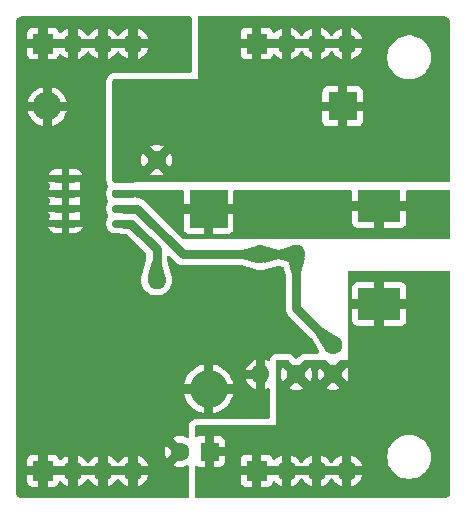
<source format=gbr>
%TF.GenerationSoftware,KiCad,Pcbnew,8.0.3*%
%TF.CreationDate,2024-06-26T09:18:50-04:00*%
%TF.ProjectId,xl7005a,786c3730-3035-4612-9e6b-696361645f70,rev?*%
%TF.SameCoordinates,PX95ba140PY38be5e0*%
%TF.FileFunction,Copper,L2,Bot*%
%TF.FilePolarity,Positive*%
%FSLAX46Y46*%
G04 Gerber Fmt 4.6, Leading zero omitted, Abs format (unit mm)*
G04 Created by KiCad (PCBNEW 8.0.3) date 2024-06-26 09:18:50*
%MOMM*%
%LPD*%
G01*
G04 APERTURE LIST*
G04 Aperture macros list*
%AMRoundRect*
0 Rectangle with rounded corners*
0 $1 Rounding radius*
0 $2 $3 $4 $5 $6 $7 $8 $9 X,Y pos of 4 corners*
0 Add a 4 corners polygon primitive as box body*
4,1,4,$2,$3,$4,$5,$6,$7,$8,$9,$2,$3,0*
0 Add four circle primitives for the rounded corners*
1,1,$1+$1,$2,$3*
1,1,$1+$1,$4,$5*
1,1,$1+$1,$6,$7*
1,1,$1+$1,$8,$9*
0 Add four rect primitives between the rounded corners*
20,1,$1+$1,$2,$3,$4,$5,0*
20,1,$1+$1,$4,$5,$6,$7,0*
20,1,$1+$1,$6,$7,$8,$9,0*
20,1,$1+$1,$8,$9,$2,$3,0*%
G04 Aperture macros list end*
%TA.AperFunction,SMDPad,CuDef*%
%ADD10RoundRect,0.150000X0.825000X0.150000X-0.825000X0.150000X-0.825000X-0.150000X0.825000X-0.150000X0*%
%TD*%
%TA.AperFunction,HeatsinkPad*%
%ADD11R,2.257200X3.300000*%
%TD*%
%TA.AperFunction,ComponentPad*%
%ADD12R,3.200000X3.200000*%
%TD*%
%TA.AperFunction,ComponentPad*%
%ADD13O,3.200000X3.200000*%
%TD*%
%TA.AperFunction,ComponentPad*%
%ADD14R,1.600000X1.600000*%
%TD*%
%TA.AperFunction,ComponentPad*%
%ADD15C,1.600000*%
%TD*%
%TA.AperFunction,ComponentPad*%
%ADD16R,2.400000X2.400000*%
%TD*%
%TA.AperFunction,ComponentPad*%
%ADD17O,2.400000X2.400000*%
%TD*%
%TA.AperFunction,ComponentPad*%
%ADD18O,1.600000X1.600000*%
%TD*%
%TA.AperFunction,SMDPad,CuDef*%
%ADD19R,3.600000X2.700000*%
%TD*%
%TA.AperFunction,ComponentPad*%
%ADD20R,1.700000X1.700000*%
%TD*%
%TA.AperFunction,ComponentPad*%
%ADD21O,1.700000X1.700000*%
%TD*%
%TA.AperFunction,Conductor*%
%ADD22C,0.800000*%
%TD*%
G04 APERTURE END LIST*
D10*
%TO.P,U1,1,Vin*%
%TO.N,+12V*%
X10650000Y-15230000D03*
%TO.P,U1,2,SW*%
%TO.N,Net-(D1-K)*%
X10650000Y-16500000D03*
%TO.P,U1,3,FB*%
%TO.N,Net-(U1-FB)*%
X10650000Y-17770000D03*
%TO.P,U1,4,EN*%
%TO.N,Net-(U1-EN)*%
X10650000Y-19040000D03*
%TO.P,U1,5,GND*%
%TO.N,GND*%
X5700000Y-19040000D03*
%TO.P,U1,6,GND*%
X5700000Y-17770000D03*
%TO.P,U1,7,GND*%
X5700000Y-16500000D03*
%TO.P,U1,8,GND*%
X5700000Y-15230000D03*
D11*
%TO.P,U1,9,PAD*%
X8022200Y-17135000D03*
%TD*%
D12*
%TO.P,D1,1,K*%
%TO.N,Net-(D1-K)*%
X17820000Y-17800000D03*
D13*
%TO.P,D1,2,A*%
%TO.N,GND*%
X17820000Y-33040000D03*
%TD*%
D14*
%TO.P,C3,1*%
%TO.N,+5V*%
X17910000Y-38350000D03*
D15*
%TO.P,C3,2*%
%TO.N,GND*%
X15410000Y-38350000D03*
%TD*%
D16*
%TO.P,C1,1*%
%TO.N,+12V*%
X29160000Y-9112500D03*
D17*
%TO.P,C1,2*%
%TO.N,GND*%
X4160000Y-9112500D03*
%TD*%
D15*
%TO.P,R3,1*%
%TO.N,Net-(U1-FB)*%
X22210000Y-21660000D03*
D18*
%TO.P,R3,2*%
%TO.N,GND*%
X22210000Y-31820000D03*
%TD*%
%TO.P,R2,2*%
%TO.N,Net-(U1-FB)*%
X25260000Y-21660000D03*
D15*
%TO.P,R2,1*%
%TO.N,+5V*%
X25260000Y-31820000D03*
%TD*%
%TO.P,R1,1*%
%TO.N,+12V*%
X13420000Y-13670000D03*
D18*
%TO.P,R1,2*%
%TO.N,Net-(U1-EN)*%
X13420000Y-23830000D03*
%TD*%
D19*
%TO.P,L1,1,1*%
%TO.N,Net-(D1-K)*%
X32260000Y-17550000D03*
%TO.P,L1,2,2*%
%TO.N,+5V*%
X32260000Y-25850000D03*
%TD*%
D20*
%TO.P,J4,1,Pin_1*%
%TO.N,GND*%
X3810000Y-39970000D03*
D21*
%TO.P,J4,2,Pin_2*%
X6350000Y-39970000D03*
%TO.P,J4,3,Pin_3*%
X8890000Y-39970000D03*
%TO.P,J4,4,Pin_4*%
X11430000Y-39970000D03*
%TD*%
%TO.P,J3,4,Pin_4*%
%TO.N,+5V*%
X29510000Y-39970000D03*
%TO.P,J3,3,Pin_3*%
X26970000Y-39970000D03*
%TO.P,J3,2,Pin_2*%
X24430000Y-39970000D03*
D20*
%TO.P,J3,1,Pin_1*%
X21890000Y-39970000D03*
%TD*%
D21*
%TO.P,J2,4,Pin_4*%
%TO.N,GND*%
X11430000Y-3800000D03*
%TO.P,J2,3,Pin_3*%
X8890000Y-3800000D03*
%TO.P,J2,2,Pin_2*%
X6350000Y-3800000D03*
D20*
%TO.P,J2,1,Pin_1*%
X3810000Y-3800000D03*
%TD*%
%TO.P,J1,1,Pin_1*%
%TO.N,+12V*%
X21890000Y-3800000D03*
D21*
%TO.P,J1,2,Pin_2*%
X24430000Y-3800000D03*
%TO.P,J1,3,Pin_3*%
X26970000Y-3800000D03*
%TO.P,J1,4,Pin_4*%
X29510000Y-3800000D03*
%TD*%
D15*
%TO.P,C2,1*%
%TO.N,+5V*%
X28360000Y-31810000D03*
%TO.P,C2,2*%
%TO.N,Net-(U1-FB)*%
X28360000Y-29310000D03*
%TD*%
D22*
%TO.N,Net-(U1-FB)*%
X25260000Y-21660000D02*
X25260000Y-26210000D01*
X25260000Y-26210000D02*
X28360000Y-29310000D01*
X22210000Y-21660000D02*
X15677514Y-21660000D01*
X25260000Y-21660000D02*
X22210000Y-21660000D01*
%TO.N,Net-(U1-EN)*%
X13420000Y-21184396D02*
X13420000Y-23830000D01*
%TO.N,Net-(U1-FB)*%
X15677514Y-21660000D02*
X11787514Y-17770000D01*
X11787514Y-17770000D02*
X10650000Y-17770000D01*
%TO.N,Net-(U1-EN)*%
X11275604Y-19040000D02*
X13420000Y-21184396D01*
X10650000Y-19040000D02*
X11275604Y-19040000D01*
%TD*%
%TA.AperFunction,Conductor*%
%TO.N,GND*%
G36*
X16327539Y-1520185D02*
G01*
X16373294Y-1572989D01*
X16384500Y-1624500D01*
X16384500Y-6180500D01*
X16364815Y-6247539D01*
X16312011Y-6293294D01*
X16260500Y-6304500D01*
X9804000Y-6304500D01*
X9803991Y-6304500D01*
X9803990Y-6304501D01*
X9696549Y-6316052D01*
X9696537Y-6316054D01*
X9645027Y-6327260D01*
X9542502Y-6361383D01*
X9542496Y-6361386D01*
X9421462Y-6439171D01*
X9421451Y-6439179D01*
X9368659Y-6484923D01*
X9274433Y-6593664D01*
X9274430Y-6593668D01*
X9214664Y-6724534D01*
X9194976Y-6791582D01*
X9174500Y-6934001D01*
X9174500Y-15445701D01*
X9177401Y-15482563D01*
X9177404Y-15482578D01*
X9183908Y-15504967D01*
X9185997Y-15513199D01*
X9197260Y-15564972D01*
X9231383Y-15667497D01*
X9231386Y-15667503D01*
X9309171Y-15788539D01*
X9309228Y-15788614D01*
X9309238Y-15788643D01*
X9311569Y-15792269D01*
X9310780Y-15792775D01*
X9333652Y-15854076D01*
X9318808Y-15922350D01*
X9303683Y-15944137D01*
X9269433Y-15983664D01*
X9269430Y-15983668D01*
X9209664Y-16114534D01*
X9189977Y-16181578D01*
X9189972Y-16181601D01*
X9184787Y-16217662D01*
X9181129Y-16234598D01*
X9177402Y-16247429D01*
X9174498Y-16284328D01*
X9174484Y-16284688D01*
X9174382Y-16285797D01*
X9174309Y-16286733D01*
X9174297Y-16286732D01*
X9173320Y-16297427D01*
X9169500Y-16324000D01*
X9169500Y-16675996D01*
X9176311Y-16739355D01*
X9176639Y-16742876D01*
X9177405Y-16752617D01*
X9178692Y-16761501D01*
X9181053Y-16783458D01*
X9192260Y-16834972D01*
X9226383Y-16937497D01*
X9226386Y-16937503D01*
X9304171Y-17058537D01*
X9304177Y-17058545D01*
X9304354Y-17058750D01*
X9304391Y-17058832D01*
X9306826Y-17062084D01*
X9306118Y-17062613D01*
X9333375Y-17122307D01*
X9323427Y-17191465D01*
X9308618Y-17215944D01*
X9306919Y-17218133D01*
X9223255Y-17359603D01*
X9223254Y-17359606D01*
X9177402Y-17517426D01*
X9177401Y-17517432D01*
X9174500Y-17554298D01*
X9174500Y-17985701D01*
X9177401Y-18022567D01*
X9177402Y-18022573D01*
X9223254Y-18180393D01*
X9223255Y-18180396D01*
X9306917Y-18321862D01*
X9311702Y-18328031D01*
X9309256Y-18329927D01*
X9335857Y-18378642D01*
X9330873Y-18448334D01*
X9310069Y-18480703D01*
X9311702Y-18481969D01*
X9306917Y-18488137D01*
X9223255Y-18629603D01*
X9223254Y-18629606D01*
X9177402Y-18787426D01*
X9177401Y-18787432D01*
X9174500Y-18824298D01*
X9174500Y-19255701D01*
X9177401Y-19292567D01*
X9177402Y-19292573D01*
X9223254Y-19450393D01*
X9223255Y-19450396D01*
X9306917Y-19591862D01*
X9306923Y-19591870D01*
X9423129Y-19708076D01*
X9423133Y-19708079D01*
X9423135Y-19708081D01*
X9564602Y-19791744D01*
X9606224Y-19803836D01*
X9722426Y-19837597D01*
X9722429Y-19837597D01*
X9722431Y-19837598D01*
X9759306Y-19840500D01*
X10204793Y-19840500D01*
X10252245Y-19849939D01*
X10387334Y-19905894D01*
X10387336Y-19905894D01*
X10387341Y-19905896D01*
X10561304Y-19940499D01*
X10561307Y-19940500D01*
X10561309Y-19940500D01*
X10851242Y-19940500D01*
X10918281Y-19960185D01*
X10938923Y-19976819D01*
X12483181Y-21521077D01*
X12516666Y-21582400D01*
X12519500Y-21608758D01*
X12519500Y-22129797D01*
X12515449Y-22161234D01*
X12200308Y-23363649D01*
X12194997Y-23378371D01*
X12195113Y-23378413D01*
X12193264Y-23383492D01*
X12134365Y-23603305D01*
X12134364Y-23603313D01*
X12114532Y-23829998D01*
X12114532Y-23830001D01*
X12134364Y-24056686D01*
X12134366Y-24056697D01*
X12193258Y-24276488D01*
X12193261Y-24276497D01*
X12289431Y-24482732D01*
X12289432Y-24482734D01*
X12419954Y-24669141D01*
X12580858Y-24830045D01*
X12580861Y-24830047D01*
X12767266Y-24960568D01*
X12973504Y-25056739D01*
X13193308Y-25115635D01*
X13355230Y-25129801D01*
X13419998Y-25135468D01*
X13420000Y-25135468D01*
X13420002Y-25135468D01*
X13476673Y-25130509D01*
X13646692Y-25115635D01*
X13866496Y-25056739D01*
X14072734Y-24960568D01*
X14259139Y-24830047D01*
X14420047Y-24669139D01*
X14550568Y-24482734D01*
X14646739Y-24276496D01*
X14705635Y-24056692D01*
X14725468Y-23830000D01*
X14705635Y-23603308D01*
X14646739Y-23383504D01*
X14646736Y-23383498D01*
X14644889Y-23378423D01*
X14645006Y-23378380D01*
X14639688Y-23363643D01*
X14324551Y-22161234D01*
X14320500Y-22129797D01*
X14320500Y-21875847D01*
X14340185Y-21808808D01*
X14392989Y-21763053D01*
X14462147Y-21753109D01*
X14525703Y-21782134D01*
X14532181Y-21788166D01*
X14978050Y-22234035D01*
X15103479Y-22359464D01*
X15250967Y-22458013D01*
X15298966Y-22477895D01*
X15414848Y-22525895D01*
X15547738Y-22552328D01*
X15588817Y-22560499D01*
X15588821Y-22560500D01*
X15588822Y-22560500D01*
X15588823Y-22560500D01*
X20509799Y-22560500D01*
X20541235Y-22564550D01*
X21743644Y-22879688D01*
X21758380Y-22885006D01*
X21758423Y-22884889D01*
X21763498Y-22886736D01*
X21763504Y-22886739D01*
X21983308Y-22945635D01*
X22145230Y-22959801D01*
X22209998Y-22965468D01*
X22210000Y-22965468D01*
X22210002Y-22965468D01*
X22266673Y-22960509D01*
X22436692Y-22945635D01*
X22656496Y-22886739D01*
X22656502Y-22886736D01*
X22661584Y-22884887D01*
X22661626Y-22885004D01*
X22676357Y-22879687D01*
X23703563Y-22610469D01*
X23766435Y-22610469D01*
X24126618Y-22704868D01*
X24186477Y-22740906D01*
X24215130Y-22793380D01*
X24332600Y-23241584D01*
X24355449Y-23328762D01*
X24359500Y-23360200D01*
X24359500Y-26298696D01*
X24394103Y-26472658D01*
X24394105Y-26472666D01*
X24428046Y-26554606D01*
X24428046Y-26554607D01*
X24461984Y-26636542D01*
X24461985Y-26636544D01*
X24521063Y-26724960D01*
X24521064Y-26724961D01*
X24560534Y-26784034D01*
X26521026Y-28744526D01*
X26540391Y-28769620D01*
X27051189Y-29643263D01*
X27179361Y-29862482D01*
X27181432Y-29865873D01*
X27199572Y-29933347D01*
X27178354Y-29999917D01*
X27124513Y-30044447D01*
X27075605Y-30054500D01*
X25982250Y-30054500D01*
X25974327Y-30054562D01*
X25970336Y-30054625D01*
X25962293Y-30054816D01*
X25962280Y-30054817D01*
X25820593Y-30079801D01*
X25754211Y-30101603D01*
X25754207Y-30101604D01*
X25754191Y-30101611D01*
X25754094Y-30101660D01*
X25625292Y-30165496D01*
X25625292Y-30165497D01*
X25519605Y-30263115D01*
X25519596Y-30263124D01*
X25475552Y-30317338D01*
X25475538Y-30317359D01*
X25473661Y-30320494D01*
X25454959Y-30344468D01*
X25347679Y-30451748D01*
X25286356Y-30485233D01*
X25216664Y-30480249D01*
X25172317Y-30451748D01*
X25060944Y-30340375D01*
X25044310Y-30319734D01*
X25032564Y-30301457D01*
X25032558Y-30301450D01*
X24986815Y-30248659D01*
X24986811Y-30248656D01*
X24986809Y-30248653D01*
X24878075Y-30154433D01*
X24878072Y-30154431D01*
X24878070Y-30154430D01*
X24747204Y-30094664D01*
X24747199Y-30094662D01*
X24747198Y-30094662D01*
X24680159Y-30074977D01*
X24680161Y-30074977D01*
X24680156Y-30074976D01*
X24618086Y-30066052D01*
X24537739Y-30054500D01*
X23624000Y-30054500D01*
X23623991Y-30054500D01*
X23623990Y-30054501D01*
X23516549Y-30066052D01*
X23516537Y-30066054D01*
X23465027Y-30077260D01*
X23362502Y-30111383D01*
X23362496Y-30111386D01*
X23241462Y-30189171D01*
X23241451Y-30189179D01*
X23188659Y-30234923D01*
X23094433Y-30343664D01*
X23094430Y-30343668D01*
X23034664Y-30474534D01*
X23014976Y-30541582D01*
X23009184Y-30581868D01*
X22980159Y-30645424D01*
X22921380Y-30683198D01*
X22851511Y-30683198D01*
X22834042Y-30676603D01*
X22656326Y-30593733D01*
X22656327Y-30593733D01*
X22610000Y-30581319D01*
X22610000Y-31767339D01*
X22582741Y-31665606D01*
X22530080Y-31574394D01*
X22455606Y-31499920D01*
X22364394Y-31447259D01*
X22262661Y-31420000D01*
X22157339Y-31420000D01*
X22055606Y-31447259D01*
X21964394Y-31499920D01*
X21889920Y-31574394D01*
X21837259Y-31665606D01*
X21810000Y-31767339D01*
X21810000Y-31872661D01*
X21837259Y-31974394D01*
X21889920Y-32065606D01*
X21964394Y-32140080D01*
X22055606Y-32192741D01*
X22157339Y-32220000D01*
X22262661Y-32220000D01*
X22364394Y-32192741D01*
X22455606Y-32140080D01*
X22530080Y-32065606D01*
X22582741Y-31974394D01*
X22610000Y-31872661D01*
X22610000Y-33058679D01*
X22656321Y-33046268D01*
X22656324Y-33046267D01*
X22818095Y-32970832D01*
X22887173Y-32960340D01*
X22950957Y-32988860D01*
X22989196Y-33047336D01*
X22994500Y-33083214D01*
X22994500Y-35460500D01*
X22974815Y-35527539D01*
X22922011Y-35573294D01*
X22870500Y-35584500D01*
X16774000Y-35584500D01*
X16773991Y-35584500D01*
X16773990Y-35584501D01*
X16666549Y-35596052D01*
X16666537Y-35596054D01*
X16615027Y-35607260D01*
X16512502Y-35641383D01*
X16512496Y-35641386D01*
X16391462Y-35719171D01*
X16391451Y-35719179D01*
X16338659Y-35764923D01*
X16244433Y-35873664D01*
X16244430Y-35873668D01*
X16184664Y-36004534D01*
X16164976Y-36071582D01*
X16144500Y-36214001D01*
X16144500Y-37022052D01*
X16148024Y-37050115D01*
X16136845Y-37119084D01*
X16090153Y-37171062D01*
X16022772Y-37189544D01*
X15972585Y-37177946D01*
X15856326Y-37123734D01*
X15856317Y-37123730D01*
X15636610Y-37064860D01*
X15636599Y-37064858D01*
X15410002Y-37045034D01*
X15409998Y-37045034D01*
X15183400Y-37064858D01*
X15183389Y-37064860D01*
X14963680Y-37123731D01*
X14817553Y-37191868D01*
X15655603Y-38029918D01*
X15564394Y-37977259D01*
X15462661Y-37950000D01*
X15357339Y-37950000D01*
X15255606Y-37977259D01*
X15164394Y-38029920D01*
X15089920Y-38104394D01*
X15037259Y-38195606D01*
X15010000Y-38297339D01*
X15010000Y-38402661D01*
X15037259Y-38504394D01*
X15089920Y-38595606D01*
X15164394Y-38670080D01*
X15255606Y-38722741D01*
X15357339Y-38750000D01*
X15462661Y-38750000D01*
X15564394Y-38722741D01*
X15655598Y-38670084D01*
X14817553Y-39508130D01*
X14963668Y-39576264D01*
X14963682Y-39576269D01*
X15183389Y-39635139D01*
X15183400Y-39635141D01*
X15409998Y-39654966D01*
X15410002Y-39654966D01*
X15636599Y-39635141D01*
X15636610Y-39635139D01*
X15856317Y-39576269D01*
X15856326Y-39576266D01*
X15973111Y-39521808D01*
X16042188Y-39511316D01*
X16105972Y-39539835D01*
X16144212Y-39598312D01*
X16148254Y-39651836D01*
X16144500Y-39677945D01*
X16144500Y-42155500D01*
X16124815Y-42222539D01*
X16072011Y-42268294D01*
X16020500Y-42279500D01*
X2006962Y-42279500D01*
X1993078Y-42278720D01*
X1980553Y-42277308D01*
X1902735Y-42268540D01*
X1875666Y-42262362D01*
X1796462Y-42234648D01*
X1771444Y-42222600D01*
X1700395Y-42177957D01*
X1678686Y-42160644D01*
X1619355Y-42101313D01*
X1602042Y-42079604D01*
X1557399Y-42008555D01*
X1545351Y-41983537D01*
X1517637Y-41904333D01*
X1511459Y-41877263D01*
X1501280Y-41786922D01*
X1500500Y-41773038D01*
X1500500Y-40867844D01*
X2460000Y-40867844D01*
X2466401Y-40927372D01*
X2466403Y-40927379D01*
X2516645Y-41062086D01*
X2516649Y-41062093D01*
X2602809Y-41177187D01*
X2602812Y-41177190D01*
X2717906Y-41263350D01*
X2717913Y-41263354D01*
X2852620Y-41313596D01*
X2852627Y-41313598D01*
X2912155Y-41319999D01*
X2912172Y-41320000D01*
X3410000Y-41320000D01*
X4210000Y-41320000D01*
X4707828Y-41320000D01*
X4707844Y-41319999D01*
X4767372Y-41313598D01*
X4767379Y-41313596D01*
X4902086Y-41263354D01*
X4902093Y-41263350D01*
X5017187Y-41177190D01*
X5017190Y-41177187D01*
X5103350Y-41062093D01*
X5103354Y-41062086D01*
X5152614Y-40930013D01*
X5194485Y-40874079D01*
X5259949Y-40849662D01*
X5328222Y-40864513D01*
X5356477Y-40885665D01*
X5478917Y-41008105D01*
X5672421Y-41143600D01*
X5886507Y-41243429D01*
X5886518Y-41243434D01*
X5949999Y-41260443D01*
X6750000Y-41260443D01*
X6813481Y-41243434D01*
X6813492Y-41243429D01*
X7027578Y-41143600D01*
X7221082Y-41008105D01*
X7388105Y-40841082D01*
X7518425Y-40654968D01*
X7573002Y-40611344D01*
X7642501Y-40604151D01*
X7704855Y-40635673D01*
X7721575Y-40654968D01*
X7851894Y-40841082D01*
X8018917Y-41008105D01*
X8212421Y-41143600D01*
X8426507Y-41243429D01*
X8426518Y-41243434D01*
X8489999Y-41260443D01*
X9290000Y-41260443D01*
X9353481Y-41243434D01*
X9353492Y-41243429D01*
X9567578Y-41143600D01*
X9761082Y-41008105D01*
X9928105Y-40841082D01*
X10058425Y-40654968D01*
X10113002Y-40611344D01*
X10182501Y-40604151D01*
X10244855Y-40635673D01*
X10261575Y-40654968D01*
X10391894Y-40841082D01*
X10558917Y-41008105D01*
X10752421Y-41143600D01*
X10966507Y-41243429D01*
X10966518Y-41243434D01*
X11029999Y-41260443D01*
X11830000Y-41260443D01*
X11893481Y-41243434D01*
X11893492Y-41243429D01*
X12107578Y-41143600D01*
X12301082Y-41008105D01*
X12468105Y-40841082D01*
X12603600Y-40647578D01*
X12703429Y-40433492D01*
X12703434Y-40433481D01*
X12720443Y-40370000D01*
X11830000Y-40370000D01*
X11830000Y-41260443D01*
X11029999Y-41260443D01*
X11030000Y-41260442D01*
X11030000Y-40370000D01*
X9290000Y-40370000D01*
X9290000Y-41260443D01*
X8489999Y-41260443D01*
X8490000Y-41260442D01*
X8490000Y-40370000D01*
X6750000Y-40370000D01*
X6750000Y-41260443D01*
X5949999Y-41260443D01*
X5950000Y-41260442D01*
X5950000Y-40370000D01*
X4210000Y-40370000D01*
X4210000Y-41320000D01*
X3410000Y-41320000D01*
X3410000Y-40370000D01*
X2460000Y-40370000D01*
X2460000Y-40867844D01*
X1500500Y-40867844D01*
X1500500Y-39904174D01*
X3310000Y-39904174D01*
X3310000Y-40035826D01*
X3344075Y-40162993D01*
X3409901Y-40277007D01*
X3502993Y-40370099D01*
X3617007Y-40435925D01*
X3744174Y-40470000D01*
X3875826Y-40470000D01*
X4002993Y-40435925D01*
X4117007Y-40370099D01*
X4210099Y-40277007D01*
X4275925Y-40162993D01*
X4310000Y-40035826D01*
X4310000Y-39904174D01*
X5850000Y-39904174D01*
X5850000Y-40035826D01*
X5884075Y-40162993D01*
X5949901Y-40277007D01*
X6042993Y-40370099D01*
X6157007Y-40435925D01*
X6284174Y-40470000D01*
X6415826Y-40470000D01*
X6542993Y-40435925D01*
X6657007Y-40370099D01*
X6750099Y-40277007D01*
X6815925Y-40162993D01*
X6850000Y-40035826D01*
X6850000Y-39904174D01*
X8390000Y-39904174D01*
X8390000Y-40035826D01*
X8424075Y-40162993D01*
X8489901Y-40277007D01*
X8582993Y-40370099D01*
X8697007Y-40435925D01*
X8824174Y-40470000D01*
X8955826Y-40470000D01*
X9082993Y-40435925D01*
X9197007Y-40370099D01*
X9290099Y-40277007D01*
X9355925Y-40162993D01*
X9390000Y-40035826D01*
X9390000Y-39904174D01*
X10930000Y-39904174D01*
X10930000Y-40035826D01*
X10964075Y-40162993D01*
X11029901Y-40277007D01*
X11122993Y-40370099D01*
X11237007Y-40435925D01*
X11364174Y-40470000D01*
X11495826Y-40470000D01*
X11622993Y-40435925D01*
X11737007Y-40370099D01*
X11830099Y-40277007D01*
X11895925Y-40162993D01*
X11930000Y-40035826D01*
X11930000Y-39904174D01*
X11895925Y-39777007D01*
X11830099Y-39662993D01*
X11737106Y-39570000D01*
X11830000Y-39570000D01*
X12720443Y-39570000D01*
X12720443Y-39569999D01*
X12703434Y-39506518D01*
X12703429Y-39506507D01*
X12603600Y-39292422D01*
X12603599Y-39292420D01*
X12468113Y-39098926D01*
X12468108Y-39098920D01*
X12301082Y-38931894D01*
X12107578Y-38796399D01*
X11893490Y-38696568D01*
X11893487Y-38696567D01*
X11830000Y-38679555D01*
X11830000Y-39570000D01*
X11737106Y-39570000D01*
X11737007Y-39569901D01*
X11622993Y-39504075D01*
X11495826Y-39470000D01*
X11364174Y-39470000D01*
X11237007Y-39504075D01*
X11122993Y-39569901D01*
X11029901Y-39662993D01*
X10964075Y-39777007D01*
X10930000Y-39904174D01*
X9390000Y-39904174D01*
X9355925Y-39777007D01*
X9290099Y-39662993D01*
X9197007Y-39569901D01*
X9082993Y-39504075D01*
X8955826Y-39470000D01*
X8824174Y-39470000D01*
X8697007Y-39504075D01*
X8582993Y-39569901D01*
X8489901Y-39662993D01*
X8424075Y-39777007D01*
X8390000Y-39904174D01*
X6850000Y-39904174D01*
X6815925Y-39777007D01*
X6750099Y-39662993D01*
X6657007Y-39569901D01*
X6542993Y-39504075D01*
X6415826Y-39470000D01*
X6284174Y-39470000D01*
X6157007Y-39504075D01*
X6042993Y-39569901D01*
X5949901Y-39662993D01*
X5884075Y-39777007D01*
X5850000Y-39904174D01*
X4310000Y-39904174D01*
X4275925Y-39777007D01*
X4210099Y-39662993D01*
X4117106Y-39570000D01*
X4210000Y-39570000D01*
X5950000Y-39570000D01*
X5950000Y-38679556D01*
X5949999Y-38679555D01*
X6750000Y-38679555D01*
X6750000Y-39570000D01*
X8490000Y-39570000D01*
X8490000Y-38679556D01*
X8489999Y-38679555D01*
X9290000Y-38679555D01*
X9290000Y-39570000D01*
X11030000Y-39570000D01*
X11030000Y-38679556D01*
X11029999Y-38679555D01*
X10966512Y-38696567D01*
X10966509Y-38696568D01*
X10752422Y-38796399D01*
X10752420Y-38796400D01*
X10558926Y-38931886D01*
X10558920Y-38931891D01*
X10391891Y-39098920D01*
X10391890Y-39098922D01*
X10261575Y-39285031D01*
X10206998Y-39328655D01*
X10137499Y-39335848D01*
X10075145Y-39304326D01*
X10058425Y-39285031D01*
X9928109Y-39098922D01*
X9928108Y-39098920D01*
X9761082Y-38931894D01*
X9567578Y-38796399D01*
X9353490Y-38696568D01*
X9353487Y-38696567D01*
X9290000Y-38679555D01*
X8489999Y-38679555D01*
X8426512Y-38696567D01*
X8426509Y-38696568D01*
X8212422Y-38796399D01*
X8212420Y-38796400D01*
X8018926Y-38931886D01*
X8018920Y-38931891D01*
X7851891Y-39098920D01*
X7851890Y-39098922D01*
X7721575Y-39285031D01*
X7666998Y-39328655D01*
X7597499Y-39335848D01*
X7535145Y-39304326D01*
X7518425Y-39285031D01*
X7388109Y-39098922D01*
X7388108Y-39098920D01*
X7221082Y-38931894D01*
X7027578Y-38796399D01*
X6813490Y-38696568D01*
X6813487Y-38696567D01*
X6750000Y-38679555D01*
X5949999Y-38679555D01*
X5886512Y-38696567D01*
X5886509Y-38696568D01*
X5672422Y-38796399D01*
X5672420Y-38796400D01*
X5478926Y-38931886D01*
X5356477Y-39054335D01*
X5295154Y-39087819D01*
X5225462Y-39082835D01*
X5169529Y-39040963D01*
X5152614Y-39009986D01*
X5103354Y-38877913D01*
X5103350Y-38877906D01*
X5017190Y-38762812D01*
X5017187Y-38762809D01*
X4902093Y-38676649D01*
X4902086Y-38676645D01*
X4767379Y-38626403D01*
X4767372Y-38626401D01*
X4707844Y-38620000D01*
X4210000Y-38620000D01*
X4210000Y-39570000D01*
X4117106Y-39570000D01*
X4117007Y-39569901D01*
X4002993Y-39504075D01*
X3875826Y-39470000D01*
X3744174Y-39470000D01*
X3617007Y-39504075D01*
X3502993Y-39569901D01*
X3409901Y-39662993D01*
X3344075Y-39777007D01*
X3310000Y-39904174D01*
X1500500Y-39904174D01*
X1500500Y-39072155D01*
X2460000Y-39072155D01*
X2460000Y-39570000D01*
X3410000Y-39570000D01*
X3410000Y-38620000D01*
X2912155Y-38620000D01*
X2852627Y-38626401D01*
X2852620Y-38626403D01*
X2717913Y-38676645D01*
X2717906Y-38676649D01*
X2602812Y-38762809D01*
X2602809Y-38762812D01*
X2516649Y-38877906D01*
X2516645Y-38877913D01*
X2466403Y-39012620D01*
X2466401Y-39012627D01*
X2460000Y-39072155D01*
X1500500Y-39072155D01*
X1500500Y-38349997D01*
X14105034Y-38349997D01*
X14105034Y-38350002D01*
X14124858Y-38576599D01*
X14124860Y-38576610D01*
X14183730Y-38796317D01*
X14183732Y-38796322D01*
X14251869Y-38942444D01*
X14844315Y-38350000D01*
X14251868Y-37757553D01*
X14183731Y-37903680D01*
X14124860Y-38123389D01*
X14124858Y-38123400D01*
X14105034Y-38349997D01*
X1500500Y-38349997D01*
X1500500Y-32639999D01*
X15758258Y-32639999D01*
X15758259Y-32640000D01*
X17125119Y-32640000D01*
X17111049Y-32661058D01*
X17050743Y-32806649D01*
X17020000Y-32961207D01*
X17020000Y-33118793D01*
X17050743Y-33273351D01*
X17111049Y-33418942D01*
X17125119Y-33440000D01*
X15758258Y-33440000D01*
X15793146Y-33607888D01*
X15793150Y-33607902D01*
X15889355Y-33878595D01*
X16021527Y-34133676D01*
X16187204Y-34368385D01*
X16187204Y-34368386D01*
X16383288Y-34578341D01*
X16606135Y-34759641D01*
X16606146Y-34759648D01*
X16851607Y-34908917D01*
X17115108Y-35023371D01*
X17391744Y-35100880D01*
X17420000Y-35104763D01*
X17420000Y-33734880D01*
X17441058Y-33748951D01*
X17586649Y-33809257D01*
X17741207Y-33840000D01*
X17898793Y-33840000D01*
X18053351Y-33809257D01*
X18198942Y-33748951D01*
X18220000Y-33734880D01*
X18220000Y-35104762D01*
X18248255Y-35100880D01*
X18524891Y-35023371D01*
X18788392Y-34908917D01*
X19033853Y-34759648D01*
X19033864Y-34759641D01*
X19256711Y-34578341D01*
X19452795Y-34368386D01*
X19452795Y-34368385D01*
X19618472Y-34133676D01*
X19750644Y-33878595D01*
X19846849Y-33607902D01*
X19846853Y-33607888D01*
X19881741Y-33440000D01*
X18514881Y-33440000D01*
X18528951Y-33418942D01*
X18589257Y-33273351D01*
X18620000Y-33118793D01*
X18620000Y-32961207D01*
X18589257Y-32806649D01*
X18528951Y-32661058D01*
X18514881Y-32640000D01*
X19881741Y-32640000D01*
X19881741Y-32639999D01*
X19846853Y-32472111D01*
X19846849Y-32472097D01*
X19757253Y-32220000D01*
X20971320Y-32220000D01*
X20983732Y-32266324D01*
X21079865Y-32472482D01*
X21210342Y-32658820D01*
X21371179Y-32819657D01*
X21557517Y-32950134D01*
X21763675Y-33046267D01*
X21763678Y-33046268D01*
X21809999Y-33058679D01*
X21810000Y-33058679D01*
X21810000Y-32220000D01*
X20971320Y-32220000D01*
X19757253Y-32220000D01*
X19750644Y-32201404D01*
X19618472Y-31946323D01*
X19452795Y-31711614D01*
X19452795Y-31711613D01*
X19256711Y-31501658D01*
X19156339Y-31419999D01*
X20971319Y-31419999D01*
X20971320Y-31420000D01*
X21810000Y-31420000D01*
X21810000Y-30581320D01*
X21809999Y-30581319D01*
X21763675Y-30593732D01*
X21557517Y-30689865D01*
X21371179Y-30820342D01*
X21210342Y-30981179D01*
X21079865Y-31167517D01*
X20983732Y-31373675D01*
X20971319Y-31419999D01*
X19156339Y-31419999D01*
X19033864Y-31320358D01*
X19033853Y-31320351D01*
X18788392Y-31171082D01*
X18524891Y-31056628D01*
X18248258Y-30979119D01*
X18220000Y-30975235D01*
X18220000Y-32345119D01*
X18198942Y-32331049D01*
X18053351Y-32270743D01*
X17898793Y-32240000D01*
X17741207Y-32240000D01*
X17586649Y-32270743D01*
X17441058Y-32331049D01*
X17420000Y-32345119D01*
X17420000Y-30975235D01*
X17391741Y-30979119D01*
X17115108Y-31056628D01*
X16851607Y-31171082D01*
X16606146Y-31320351D01*
X16606135Y-31320358D01*
X16383288Y-31501658D01*
X16187204Y-31711613D01*
X16187204Y-31711614D01*
X16021527Y-31946323D01*
X15889355Y-32201404D01*
X15793150Y-32472097D01*
X15793146Y-32472111D01*
X15758258Y-32639999D01*
X1500500Y-32639999D01*
X1500500Y-19340000D01*
X4241704Y-19340000D01*
X4273718Y-19450198D01*
X4357314Y-19591552D01*
X4357321Y-19591561D01*
X4473438Y-19707678D01*
X4473447Y-19707685D01*
X4614803Y-19791282D01*
X4614806Y-19791283D01*
X4772504Y-19837099D01*
X4772510Y-19837100D01*
X4809350Y-19839999D01*
X4809366Y-19840000D01*
X5400000Y-19840000D01*
X6000000Y-19840000D01*
X6590634Y-19840000D01*
X6590649Y-19839999D01*
X6627489Y-19837100D01*
X6627495Y-19837099D01*
X6785193Y-19791283D01*
X6785196Y-19791282D01*
X6926552Y-19707685D01*
X6926561Y-19707678D01*
X7042678Y-19591561D01*
X7042685Y-19591552D01*
X7126281Y-19450198D01*
X7158296Y-19340000D01*
X6000000Y-19340000D01*
X6000000Y-19840000D01*
X5400000Y-19840000D01*
X5400000Y-19340000D01*
X4241704Y-19340000D01*
X1500500Y-19340000D01*
X1500500Y-18740000D01*
X4241704Y-18740000D01*
X5400000Y-18740000D01*
X6000000Y-18740000D01*
X7158296Y-18740000D01*
X7126281Y-18629801D01*
X7042685Y-18488447D01*
X7037900Y-18482278D01*
X7040252Y-18480453D01*
X7013445Y-18431405D01*
X7018402Y-18361712D01*
X7039465Y-18328936D01*
X7037900Y-18327722D01*
X7042685Y-18321552D01*
X7126281Y-18180198D01*
X7158296Y-18070000D01*
X6000000Y-18070000D01*
X6000000Y-18740000D01*
X5400000Y-18740000D01*
X5400000Y-18070000D01*
X4241704Y-18070000D01*
X4273718Y-18180198D01*
X4357314Y-18321552D01*
X4362100Y-18327722D01*
X4359753Y-18329542D01*
X4386564Y-18378642D01*
X4381580Y-18448334D01*
X4360541Y-18481069D01*
X4362100Y-18482278D01*
X4357314Y-18488447D01*
X4273718Y-18629801D01*
X4241704Y-18740000D01*
X1500500Y-18740000D01*
X1500500Y-17470000D01*
X4241704Y-17470000D01*
X5400000Y-17470000D01*
X6000000Y-17470000D01*
X7158296Y-17470000D01*
X7126281Y-17359801D01*
X7042685Y-17218447D01*
X7037900Y-17212278D01*
X7040252Y-17210453D01*
X7013445Y-17161405D01*
X7018402Y-17091712D01*
X7039465Y-17058936D01*
X7037900Y-17057722D01*
X7042685Y-17051552D01*
X7126281Y-16910198D01*
X7158296Y-16800000D01*
X6000000Y-16800000D01*
X6000000Y-17470000D01*
X5400000Y-17470000D01*
X5400000Y-16800000D01*
X4241704Y-16800000D01*
X4273718Y-16910198D01*
X4357314Y-17051552D01*
X4362100Y-17057722D01*
X4359753Y-17059542D01*
X4386564Y-17108642D01*
X4381580Y-17178334D01*
X4360541Y-17211069D01*
X4362100Y-17212278D01*
X4357314Y-17218447D01*
X4273718Y-17359801D01*
X4241704Y-17470000D01*
X1500500Y-17470000D01*
X1500500Y-16200000D01*
X4241704Y-16200000D01*
X5400000Y-16200000D01*
X6000000Y-16200000D01*
X7158296Y-16200000D01*
X7126281Y-16089801D01*
X7042685Y-15948447D01*
X7037900Y-15942278D01*
X7040252Y-15940453D01*
X7013445Y-15891405D01*
X7018402Y-15821712D01*
X7039465Y-15788936D01*
X7037900Y-15787722D01*
X7042685Y-15781552D01*
X7126281Y-15640198D01*
X7158296Y-15530000D01*
X6000000Y-15530000D01*
X6000000Y-16200000D01*
X5400000Y-16200000D01*
X5400000Y-15530000D01*
X4241704Y-15530000D01*
X4273718Y-15640198D01*
X4357314Y-15781552D01*
X4362100Y-15787722D01*
X4359753Y-15789542D01*
X4386564Y-15838642D01*
X4381580Y-15908334D01*
X4360541Y-15941069D01*
X4362100Y-15942278D01*
X4357314Y-15948447D01*
X4273718Y-16089801D01*
X4241704Y-16200000D01*
X1500500Y-16200000D01*
X1500500Y-14930000D01*
X4241704Y-14930000D01*
X5400000Y-14930000D01*
X6000000Y-14930000D01*
X7158296Y-14930000D01*
X7126281Y-14819801D01*
X7042685Y-14678447D01*
X7042678Y-14678438D01*
X6926561Y-14562321D01*
X6926552Y-14562314D01*
X6785196Y-14478717D01*
X6785193Y-14478716D01*
X6627495Y-14432900D01*
X6627489Y-14432899D01*
X6590649Y-14430000D01*
X6000000Y-14430000D01*
X6000000Y-14930000D01*
X5400000Y-14930000D01*
X5400000Y-14430000D01*
X4809350Y-14430000D01*
X4772510Y-14432899D01*
X4772504Y-14432900D01*
X4614806Y-14478716D01*
X4614803Y-14478717D01*
X4473447Y-14562314D01*
X4473438Y-14562321D01*
X4357321Y-14678438D01*
X4357314Y-14678447D01*
X4273718Y-14819801D01*
X4241704Y-14930000D01*
X1500500Y-14930000D01*
X1500500Y-8712499D01*
X2507578Y-8712499D01*
X2507579Y-8712500D01*
X3711473Y-8712500D01*
X3679881Y-8744092D01*
X3600889Y-8880909D01*
X3560000Y-9033509D01*
X3560000Y-9191491D01*
X3600889Y-9344091D01*
X3679881Y-9480908D01*
X3711473Y-9512500D01*
X2507579Y-9512500D01*
X2530967Y-9614975D01*
X2530973Y-9614994D01*
X2624058Y-9852171D01*
X2624057Y-9852171D01*
X2751455Y-10072828D01*
X2910320Y-10272040D01*
X3097097Y-10445342D01*
X3307616Y-10588871D01*
X3307624Y-10588876D01*
X3537176Y-10699421D01*
X3537174Y-10699421D01*
X3760000Y-10768153D01*
X3760000Y-9561027D01*
X3791592Y-9592619D01*
X3928409Y-9671611D01*
X4081009Y-9712500D01*
X4238991Y-9712500D01*
X4391591Y-9671611D01*
X4528408Y-9592619D01*
X4560000Y-9561027D01*
X4560000Y-10768153D01*
X4782824Y-10699421D01*
X5012376Y-10588876D01*
X5012377Y-10588875D01*
X5222905Y-10445340D01*
X5409679Y-10272040D01*
X5568544Y-10072828D01*
X5695941Y-9852171D01*
X5789026Y-9614994D01*
X5789032Y-9614975D01*
X5812421Y-9512500D01*
X4608527Y-9512500D01*
X4640119Y-9480908D01*
X4719111Y-9344091D01*
X4760000Y-9191491D01*
X4760000Y-9033509D01*
X4719111Y-8880909D01*
X4640119Y-8744092D01*
X4608527Y-8712500D01*
X5812421Y-8712500D01*
X5812421Y-8712499D01*
X5789032Y-8610024D01*
X5789026Y-8610005D01*
X5695941Y-8372828D01*
X5695942Y-8372828D01*
X5568544Y-8152171D01*
X5409679Y-7952959D01*
X5222905Y-7779659D01*
X5012377Y-7636124D01*
X5012376Y-7636123D01*
X4782823Y-7525578D01*
X4782825Y-7525578D01*
X4560000Y-7456845D01*
X4560000Y-8663973D01*
X4528408Y-8632381D01*
X4391591Y-8553389D01*
X4238991Y-8512500D01*
X4081009Y-8512500D01*
X3928409Y-8553389D01*
X3791592Y-8632381D01*
X3760000Y-8663973D01*
X3760000Y-7456845D01*
X3537177Y-7525577D01*
X3307624Y-7636123D01*
X3307616Y-7636128D01*
X3097097Y-7779657D01*
X2910320Y-7952959D01*
X2751455Y-8152171D01*
X2624058Y-8372828D01*
X2530973Y-8610005D01*
X2530967Y-8610024D01*
X2507578Y-8712499D01*
X1500500Y-8712499D01*
X1500500Y-4697844D01*
X2460000Y-4697844D01*
X2466401Y-4757372D01*
X2466403Y-4757379D01*
X2516645Y-4892086D01*
X2516649Y-4892093D01*
X2602809Y-5007187D01*
X2602812Y-5007190D01*
X2717906Y-5093350D01*
X2717913Y-5093354D01*
X2852620Y-5143596D01*
X2852627Y-5143598D01*
X2912155Y-5149999D01*
X2912172Y-5150000D01*
X3410000Y-5150000D01*
X4210000Y-5150000D01*
X4707828Y-5150000D01*
X4707844Y-5149999D01*
X4767372Y-5143598D01*
X4767379Y-5143596D01*
X4902086Y-5093354D01*
X4902093Y-5093350D01*
X5017187Y-5007190D01*
X5017190Y-5007187D01*
X5103350Y-4892093D01*
X5103354Y-4892086D01*
X5152614Y-4760013D01*
X5194485Y-4704079D01*
X5259949Y-4679662D01*
X5328222Y-4694513D01*
X5356477Y-4715665D01*
X5478917Y-4838105D01*
X5672421Y-4973600D01*
X5886507Y-5073429D01*
X5886518Y-5073434D01*
X5949999Y-5090443D01*
X6750000Y-5090443D01*
X6813481Y-5073434D01*
X6813492Y-5073429D01*
X7027578Y-4973600D01*
X7221082Y-4838105D01*
X7388105Y-4671082D01*
X7518425Y-4484968D01*
X7573002Y-4441344D01*
X7642501Y-4434151D01*
X7704855Y-4465673D01*
X7721575Y-4484968D01*
X7851894Y-4671082D01*
X8018917Y-4838105D01*
X8212421Y-4973600D01*
X8426507Y-5073429D01*
X8426518Y-5073434D01*
X8489999Y-5090443D01*
X9290000Y-5090443D01*
X9353481Y-5073434D01*
X9353492Y-5073429D01*
X9567578Y-4973600D01*
X9761082Y-4838105D01*
X9928105Y-4671082D01*
X10058425Y-4484968D01*
X10113002Y-4441344D01*
X10182501Y-4434151D01*
X10244855Y-4465673D01*
X10261575Y-4484968D01*
X10391894Y-4671082D01*
X10558917Y-4838105D01*
X10752421Y-4973600D01*
X10966507Y-5073429D01*
X10966518Y-5073434D01*
X11029999Y-5090443D01*
X11830000Y-5090443D01*
X11893481Y-5073434D01*
X11893492Y-5073429D01*
X12107578Y-4973600D01*
X12301082Y-4838105D01*
X12468105Y-4671082D01*
X12603600Y-4477578D01*
X12703429Y-4263492D01*
X12703434Y-4263481D01*
X12720443Y-4200000D01*
X11830000Y-4200000D01*
X11830000Y-5090443D01*
X11029999Y-5090443D01*
X11030000Y-5090442D01*
X11030000Y-4200000D01*
X9290000Y-4200000D01*
X9290000Y-5090443D01*
X8489999Y-5090443D01*
X8490000Y-5090442D01*
X8490000Y-4200000D01*
X6750000Y-4200000D01*
X6750000Y-5090443D01*
X5949999Y-5090443D01*
X5950000Y-5090442D01*
X5950000Y-4200000D01*
X4210000Y-4200000D01*
X4210000Y-5150000D01*
X3410000Y-5150000D01*
X3410000Y-4200000D01*
X2460000Y-4200000D01*
X2460000Y-4697844D01*
X1500500Y-4697844D01*
X1500500Y-3734174D01*
X3310000Y-3734174D01*
X3310000Y-3865826D01*
X3344075Y-3992993D01*
X3409901Y-4107007D01*
X3502993Y-4200099D01*
X3617007Y-4265925D01*
X3744174Y-4300000D01*
X3875826Y-4300000D01*
X4002993Y-4265925D01*
X4117007Y-4200099D01*
X4210099Y-4107007D01*
X4275925Y-3992993D01*
X4310000Y-3865826D01*
X4310000Y-3734174D01*
X5850000Y-3734174D01*
X5850000Y-3865826D01*
X5884075Y-3992993D01*
X5949901Y-4107007D01*
X6042993Y-4200099D01*
X6157007Y-4265925D01*
X6284174Y-4300000D01*
X6415826Y-4300000D01*
X6542993Y-4265925D01*
X6657007Y-4200099D01*
X6750099Y-4107007D01*
X6815925Y-3992993D01*
X6850000Y-3865826D01*
X6850000Y-3734174D01*
X8390000Y-3734174D01*
X8390000Y-3865826D01*
X8424075Y-3992993D01*
X8489901Y-4107007D01*
X8582993Y-4200099D01*
X8697007Y-4265925D01*
X8824174Y-4300000D01*
X8955826Y-4300000D01*
X9082993Y-4265925D01*
X9197007Y-4200099D01*
X9290099Y-4107007D01*
X9355925Y-3992993D01*
X9390000Y-3865826D01*
X9390000Y-3734174D01*
X10930000Y-3734174D01*
X10930000Y-3865826D01*
X10964075Y-3992993D01*
X11029901Y-4107007D01*
X11122993Y-4200099D01*
X11237007Y-4265925D01*
X11364174Y-4300000D01*
X11495826Y-4300000D01*
X11622993Y-4265925D01*
X11737007Y-4200099D01*
X11830099Y-4107007D01*
X11895925Y-3992993D01*
X11930000Y-3865826D01*
X11930000Y-3734174D01*
X11895925Y-3607007D01*
X11830099Y-3492993D01*
X11737106Y-3400000D01*
X11830000Y-3400000D01*
X12720443Y-3400000D01*
X12720443Y-3399999D01*
X12703434Y-3336518D01*
X12703429Y-3336507D01*
X12603600Y-3122422D01*
X12603599Y-3122420D01*
X12468113Y-2928926D01*
X12468108Y-2928920D01*
X12301082Y-2761894D01*
X12107578Y-2626399D01*
X11893490Y-2526568D01*
X11893487Y-2526567D01*
X11830000Y-2509555D01*
X11830000Y-3400000D01*
X11737106Y-3400000D01*
X11737007Y-3399901D01*
X11622993Y-3334075D01*
X11495826Y-3300000D01*
X11364174Y-3300000D01*
X11237007Y-3334075D01*
X11122993Y-3399901D01*
X11029901Y-3492993D01*
X10964075Y-3607007D01*
X10930000Y-3734174D01*
X9390000Y-3734174D01*
X9355925Y-3607007D01*
X9290099Y-3492993D01*
X9197007Y-3399901D01*
X9082993Y-3334075D01*
X8955826Y-3300000D01*
X8824174Y-3300000D01*
X8697007Y-3334075D01*
X8582993Y-3399901D01*
X8489901Y-3492993D01*
X8424075Y-3607007D01*
X8390000Y-3734174D01*
X6850000Y-3734174D01*
X6815925Y-3607007D01*
X6750099Y-3492993D01*
X6657007Y-3399901D01*
X6542993Y-3334075D01*
X6415826Y-3300000D01*
X6284174Y-3300000D01*
X6157007Y-3334075D01*
X6042993Y-3399901D01*
X5949901Y-3492993D01*
X5884075Y-3607007D01*
X5850000Y-3734174D01*
X4310000Y-3734174D01*
X4275925Y-3607007D01*
X4210099Y-3492993D01*
X4117106Y-3400000D01*
X4210000Y-3400000D01*
X5950000Y-3400000D01*
X5950000Y-2509556D01*
X5949999Y-2509555D01*
X6750000Y-2509555D01*
X6750000Y-3400000D01*
X8490000Y-3400000D01*
X8490000Y-2509556D01*
X8489999Y-2509555D01*
X9290000Y-2509555D01*
X9290000Y-3400000D01*
X11030000Y-3400000D01*
X11030000Y-2509556D01*
X11029999Y-2509555D01*
X10966512Y-2526567D01*
X10966509Y-2526568D01*
X10752422Y-2626399D01*
X10752420Y-2626400D01*
X10558926Y-2761886D01*
X10558920Y-2761891D01*
X10391891Y-2928920D01*
X10391890Y-2928922D01*
X10261575Y-3115031D01*
X10206998Y-3158655D01*
X10137499Y-3165848D01*
X10075145Y-3134326D01*
X10058425Y-3115031D01*
X9928109Y-2928922D01*
X9928108Y-2928920D01*
X9761082Y-2761894D01*
X9567578Y-2626399D01*
X9353490Y-2526568D01*
X9353487Y-2526567D01*
X9290000Y-2509555D01*
X8489999Y-2509555D01*
X8426512Y-2526567D01*
X8426509Y-2526568D01*
X8212422Y-2626399D01*
X8212420Y-2626400D01*
X8018926Y-2761886D01*
X8018920Y-2761891D01*
X7851891Y-2928920D01*
X7851890Y-2928922D01*
X7721575Y-3115031D01*
X7666998Y-3158655D01*
X7597499Y-3165848D01*
X7535145Y-3134326D01*
X7518425Y-3115031D01*
X7388109Y-2928922D01*
X7388108Y-2928920D01*
X7221082Y-2761894D01*
X7027578Y-2626399D01*
X6813490Y-2526568D01*
X6813487Y-2526567D01*
X6750000Y-2509555D01*
X5949999Y-2509555D01*
X5886512Y-2526567D01*
X5886509Y-2526568D01*
X5672422Y-2626399D01*
X5672420Y-2626400D01*
X5478926Y-2761886D01*
X5356477Y-2884335D01*
X5295154Y-2917819D01*
X5225462Y-2912835D01*
X5169529Y-2870963D01*
X5152614Y-2839986D01*
X5103354Y-2707913D01*
X5103350Y-2707906D01*
X5017190Y-2592812D01*
X5017187Y-2592809D01*
X4902093Y-2506649D01*
X4902086Y-2506645D01*
X4767379Y-2456403D01*
X4767372Y-2456401D01*
X4707844Y-2450000D01*
X4210000Y-2450000D01*
X4210000Y-3400000D01*
X4117106Y-3400000D01*
X4117007Y-3399901D01*
X4002993Y-3334075D01*
X3875826Y-3300000D01*
X3744174Y-3300000D01*
X3617007Y-3334075D01*
X3502993Y-3399901D01*
X3409901Y-3492993D01*
X3344075Y-3607007D01*
X3310000Y-3734174D01*
X1500500Y-3734174D01*
X1500500Y-2902155D01*
X2460000Y-2902155D01*
X2460000Y-3400000D01*
X3410000Y-3400000D01*
X3410000Y-2450000D01*
X2912155Y-2450000D01*
X2852627Y-2456401D01*
X2852620Y-2456403D01*
X2717913Y-2506645D01*
X2717906Y-2506649D01*
X2602812Y-2592809D01*
X2602809Y-2592812D01*
X2516649Y-2707906D01*
X2516645Y-2707913D01*
X2466403Y-2842620D01*
X2466401Y-2842627D01*
X2460000Y-2902155D01*
X1500500Y-2902155D01*
X1500500Y-2006961D01*
X1501280Y-1993077D01*
X1511459Y-1902731D01*
X1517635Y-1875670D01*
X1545353Y-1796456D01*
X1557396Y-1771450D01*
X1602046Y-1700389D01*
X1619351Y-1678690D01*
X1678690Y-1619351D01*
X1700389Y-1602046D01*
X1771450Y-1557396D01*
X1796456Y-1545353D01*
X1875670Y-1517635D01*
X1902733Y-1511459D01*
X1965419Y-1504396D01*
X1993079Y-1501280D01*
X2006962Y-1500500D01*
X2065892Y-1500500D01*
X16260500Y-1500500D01*
X16327539Y-1520185D01*
G37*
%TD.AperFunction*%
%TA.AperFunction,Conductor*%
G36*
X15888003Y-38262318D02*
G01*
X15921488Y-38323641D01*
X15916504Y-38393333D01*
X15888003Y-38437680D01*
X15730084Y-38595598D01*
X15782741Y-38504394D01*
X15810000Y-38402661D01*
X15810000Y-38297339D01*
X15782741Y-38195606D01*
X15730081Y-38104396D01*
X15888003Y-38262318D01*
G37*
%TD.AperFunction*%
%TD*%
%TA.AperFunction,Conductor*%
%TO.N,+12V*%
G36*
X37786922Y-1501280D02*
G01*
X37877266Y-1511459D01*
X37904331Y-1517636D01*
X37983540Y-1545352D01*
X38008553Y-1557398D01*
X38079606Y-1602043D01*
X38101313Y-1619355D01*
X38160644Y-1678686D01*
X38177957Y-1700395D01*
X38222600Y-1771444D01*
X38234648Y-1796462D01*
X38262362Y-1875666D01*
X38268540Y-1902735D01*
X38278720Y-1993076D01*
X38279500Y-2006961D01*
X38279500Y-15406000D01*
X38259815Y-15473039D01*
X38207011Y-15518794D01*
X38155500Y-15530000D01*
X9804000Y-15530000D01*
X9736961Y-15510315D01*
X9691206Y-15457511D01*
X9680000Y-15406000D01*
X9680000Y-14828130D01*
X12827553Y-14828130D01*
X12973668Y-14896264D01*
X12973682Y-14896269D01*
X13193389Y-14955139D01*
X13193400Y-14955141D01*
X13419998Y-14974966D01*
X13420002Y-14974966D01*
X13646599Y-14955141D01*
X13646610Y-14955139D01*
X13866317Y-14896269D01*
X13866326Y-14896265D01*
X14012445Y-14828129D01*
X13420001Y-14235685D01*
X13420000Y-14235685D01*
X12827553Y-14828130D01*
X9680000Y-14828130D01*
X9680000Y-13669997D01*
X12115034Y-13669997D01*
X12115034Y-13670002D01*
X12134858Y-13896599D01*
X12134860Y-13896610D01*
X12193730Y-14116317D01*
X12193732Y-14116322D01*
X12261869Y-14262444D01*
X12854315Y-13670000D01*
X12854315Y-13669999D01*
X12801655Y-13617339D01*
X13020000Y-13617339D01*
X13020000Y-13722661D01*
X13047259Y-13824394D01*
X13099920Y-13915606D01*
X13174394Y-13990080D01*
X13265606Y-14042741D01*
X13367339Y-14070000D01*
X13472661Y-14070000D01*
X13574394Y-14042741D01*
X13665606Y-13990080D01*
X13740080Y-13915606D01*
X13792741Y-13824394D01*
X13820000Y-13722661D01*
X13820000Y-13669999D01*
X13985685Y-13669999D01*
X13985685Y-13670000D01*
X14578129Y-14262444D01*
X14646265Y-14116326D01*
X14646269Y-14116317D01*
X14705139Y-13896610D01*
X14705141Y-13896599D01*
X14724966Y-13670002D01*
X14724966Y-13669997D01*
X14705141Y-13443400D01*
X14705139Y-13443389D01*
X14646269Y-13223682D01*
X14646264Y-13223668D01*
X14578130Y-13077553D01*
X13985685Y-13669999D01*
X13820000Y-13669999D01*
X13820000Y-13617339D01*
X13792741Y-13515606D01*
X13740080Y-13424394D01*
X13665606Y-13349920D01*
X13574394Y-13297259D01*
X13472661Y-13270000D01*
X13367339Y-13270000D01*
X13265606Y-13297259D01*
X13174394Y-13349920D01*
X13099920Y-13424394D01*
X13047259Y-13515606D01*
X13020000Y-13617339D01*
X12801655Y-13617339D01*
X12261868Y-13077553D01*
X12193731Y-13223680D01*
X12134860Y-13443389D01*
X12134858Y-13443400D01*
X12115034Y-13669997D01*
X9680000Y-13669997D01*
X9680000Y-12511868D01*
X12827553Y-12511868D01*
X13420000Y-13104315D01*
X13420001Y-13104315D01*
X14012444Y-12511869D01*
X13866322Y-12443732D01*
X13866317Y-12443730D01*
X13646610Y-12384860D01*
X13646599Y-12384858D01*
X13420002Y-12365034D01*
X13419998Y-12365034D01*
X13193400Y-12384858D01*
X13193389Y-12384860D01*
X12973680Y-12443731D01*
X12827553Y-12511868D01*
X9680000Y-12511868D01*
X9680000Y-7864655D01*
X27460000Y-7864655D01*
X27460000Y-8712500D01*
X28711473Y-8712500D01*
X28679881Y-8744092D01*
X28600889Y-8880909D01*
X28560000Y-9033509D01*
X28560000Y-9191491D01*
X28600889Y-9344091D01*
X28679881Y-9480908D01*
X28711473Y-9512500D01*
X27460000Y-9512500D01*
X27460000Y-10360344D01*
X27466401Y-10419872D01*
X27466403Y-10419879D01*
X27516645Y-10554586D01*
X27516649Y-10554593D01*
X27602809Y-10669687D01*
X27602812Y-10669690D01*
X27717906Y-10755850D01*
X27717913Y-10755854D01*
X27852620Y-10806096D01*
X27852627Y-10806098D01*
X27912155Y-10812499D01*
X27912172Y-10812500D01*
X28760000Y-10812500D01*
X28760000Y-9561027D01*
X28791592Y-9592619D01*
X28928409Y-9671611D01*
X29081009Y-9712500D01*
X29238991Y-9712500D01*
X29391591Y-9671611D01*
X29528408Y-9592619D01*
X29560000Y-9561027D01*
X29560000Y-10812500D01*
X30407828Y-10812500D01*
X30407844Y-10812499D01*
X30467372Y-10806098D01*
X30467379Y-10806096D01*
X30602086Y-10755854D01*
X30602093Y-10755850D01*
X30717187Y-10669690D01*
X30717190Y-10669687D01*
X30803350Y-10554593D01*
X30803354Y-10554586D01*
X30853596Y-10419879D01*
X30853598Y-10419872D01*
X30859999Y-10360344D01*
X30860000Y-10360327D01*
X30860000Y-9512500D01*
X29608527Y-9512500D01*
X29640119Y-9480908D01*
X29719111Y-9344091D01*
X29760000Y-9191491D01*
X29760000Y-9033509D01*
X29719111Y-8880909D01*
X29640119Y-8744092D01*
X29608527Y-8712500D01*
X30860000Y-8712500D01*
X30860000Y-7864672D01*
X30859999Y-7864655D01*
X30853598Y-7805127D01*
X30853596Y-7805120D01*
X30803354Y-7670413D01*
X30803350Y-7670406D01*
X30717190Y-7555312D01*
X30717187Y-7555309D01*
X30602093Y-7469149D01*
X30602086Y-7469145D01*
X30467379Y-7418903D01*
X30467372Y-7418901D01*
X30407844Y-7412500D01*
X29560000Y-7412500D01*
X29560000Y-8663973D01*
X29528408Y-8632381D01*
X29391591Y-8553389D01*
X29238991Y-8512500D01*
X29081009Y-8512500D01*
X28928409Y-8553389D01*
X28791592Y-8632381D01*
X28760000Y-8663973D01*
X28760000Y-7412500D01*
X27912155Y-7412500D01*
X27852627Y-7418901D01*
X27852620Y-7418903D01*
X27717913Y-7469145D01*
X27717906Y-7469149D01*
X27602812Y-7555309D01*
X27602809Y-7555312D01*
X27516649Y-7670406D01*
X27516645Y-7670413D01*
X27466403Y-7805120D01*
X27466401Y-7805127D01*
X27460000Y-7864655D01*
X9680000Y-7864655D01*
X9680000Y-6934000D01*
X9699685Y-6866961D01*
X9752489Y-6821206D01*
X9804000Y-6810000D01*
X16890000Y-6810000D01*
X16890000Y-4697844D01*
X20540000Y-4697844D01*
X20546401Y-4757372D01*
X20546403Y-4757379D01*
X20596645Y-4892086D01*
X20596649Y-4892093D01*
X20682809Y-5007187D01*
X20682812Y-5007190D01*
X20797906Y-5093350D01*
X20797913Y-5093354D01*
X20932620Y-5143596D01*
X20932627Y-5143598D01*
X20992155Y-5149999D01*
X20992172Y-5150000D01*
X21490000Y-5150000D01*
X22290000Y-5150000D01*
X22787828Y-5150000D01*
X22787844Y-5149999D01*
X22847372Y-5143598D01*
X22847379Y-5143596D01*
X22982086Y-5093354D01*
X22982093Y-5093350D01*
X23097187Y-5007190D01*
X23097190Y-5007187D01*
X23183350Y-4892093D01*
X23183354Y-4892086D01*
X23232614Y-4760013D01*
X23274485Y-4704079D01*
X23339949Y-4679662D01*
X23408222Y-4694513D01*
X23436477Y-4715665D01*
X23558917Y-4838105D01*
X23752421Y-4973600D01*
X23966507Y-5073429D01*
X23966518Y-5073434D01*
X24029999Y-5090443D01*
X24830000Y-5090443D01*
X24893481Y-5073434D01*
X24893492Y-5073429D01*
X25107578Y-4973600D01*
X25301082Y-4838105D01*
X25468105Y-4671082D01*
X25598425Y-4484968D01*
X25653002Y-4441344D01*
X25722501Y-4434151D01*
X25784855Y-4465673D01*
X25801575Y-4484968D01*
X25931894Y-4671082D01*
X26098917Y-4838105D01*
X26292421Y-4973600D01*
X26506507Y-5073429D01*
X26506518Y-5073434D01*
X26569999Y-5090443D01*
X27370000Y-5090443D01*
X27433481Y-5073434D01*
X27433492Y-5073429D01*
X27647578Y-4973600D01*
X27841082Y-4838105D01*
X28008105Y-4671082D01*
X28138425Y-4484968D01*
X28193002Y-4441344D01*
X28262501Y-4434151D01*
X28324855Y-4465673D01*
X28341575Y-4484968D01*
X28471894Y-4671082D01*
X28638917Y-4838105D01*
X28832421Y-4973600D01*
X29046507Y-5073429D01*
X29046518Y-5073434D01*
X29109999Y-5090443D01*
X29910000Y-5090443D01*
X29973481Y-5073434D01*
X29973492Y-5073429D01*
X30187578Y-4973600D01*
X30365935Y-4848711D01*
X32949500Y-4848711D01*
X32949500Y-5091288D01*
X32981161Y-5331785D01*
X33043947Y-5566104D01*
X33136773Y-5790205D01*
X33136776Y-5790212D01*
X33258064Y-6000289D01*
X33258066Y-6000292D01*
X33258067Y-6000293D01*
X33405733Y-6192736D01*
X33405739Y-6192743D01*
X33577256Y-6364260D01*
X33577262Y-6364265D01*
X33769711Y-6511936D01*
X33979788Y-6633224D01*
X34203900Y-6726054D01*
X34438211Y-6788838D01*
X34618586Y-6812584D01*
X34678711Y-6820500D01*
X34678712Y-6820500D01*
X34921289Y-6820500D01*
X34969388Y-6814167D01*
X35161789Y-6788838D01*
X35396100Y-6726054D01*
X35620212Y-6633224D01*
X35830289Y-6511936D01*
X36022738Y-6364265D01*
X36194265Y-6192738D01*
X36341936Y-6000289D01*
X36463224Y-5790212D01*
X36556054Y-5566100D01*
X36618838Y-5331789D01*
X36650500Y-5091288D01*
X36650500Y-4848712D01*
X36618838Y-4608211D01*
X36556054Y-4373900D01*
X36463224Y-4149788D01*
X36341936Y-3939711D01*
X36194265Y-3747262D01*
X36194260Y-3747256D01*
X36022743Y-3575739D01*
X36022736Y-3575733D01*
X35830293Y-3428067D01*
X35830292Y-3428066D01*
X35830289Y-3428064D01*
X35620212Y-3306776D01*
X35620205Y-3306773D01*
X35396104Y-3213947D01*
X35161785Y-3151161D01*
X34921289Y-3119500D01*
X34921288Y-3119500D01*
X34678712Y-3119500D01*
X34678711Y-3119500D01*
X34438214Y-3151161D01*
X34203895Y-3213947D01*
X33979794Y-3306773D01*
X33979785Y-3306777D01*
X33769706Y-3428067D01*
X33577263Y-3575733D01*
X33577256Y-3575739D01*
X33405739Y-3747256D01*
X33405733Y-3747263D01*
X33258067Y-3939706D01*
X33136777Y-4149785D01*
X33136773Y-4149794D01*
X33043947Y-4373895D01*
X32981161Y-4608214D01*
X32949500Y-4848711D01*
X30365935Y-4848711D01*
X30381082Y-4838105D01*
X30548105Y-4671082D01*
X30683600Y-4477578D01*
X30783429Y-4263492D01*
X30783434Y-4263481D01*
X30800443Y-4200000D01*
X29910000Y-4200000D01*
X29910000Y-5090443D01*
X29109999Y-5090443D01*
X29110000Y-5090442D01*
X29110000Y-4200000D01*
X27370000Y-4200000D01*
X27370000Y-5090443D01*
X26569999Y-5090443D01*
X26570000Y-5090442D01*
X26570000Y-4200000D01*
X24830000Y-4200000D01*
X24830000Y-5090443D01*
X24029999Y-5090443D01*
X24030000Y-5090442D01*
X24030000Y-4200000D01*
X22290000Y-4200000D01*
X22290000Y-5150000D01*
X21490000Y-5150000D01*
X21490000Y-4200000D01*
X20540000Y-4200000D01*
X20540000Y-4697844D01*
X16890000Y-4697844D01*
X16890000Y-3734174D01*
X21390000Y-3734174D01*
X21390000Y-3865826D01*
X21424075Y-3992993D01*
X21489901Y-4107007D01*
X21582993Y-4200099D01*
X21697007Y-4265925D01*
X21824174Y-4300000D01*
X21955826Y-4300000D01*
X22082993Y-4265925D01*
X22197007Y-4200099D01*
X22290099Y-4107007D01*
X22355925Y-3992993D01*
X22390000Y-3865826D01*
X22390000Y-3734174D01*
X23930000Y-3734174D01*
X23930000Y-3865826D01*
X23964075Y-3992993D01*
X24029901Y-4107007D01*
X24122993Y-4200099D01*
X24237007Y-4265925D01*
X24364174Y-4300000D01*
X24495826Y-4300000D01*
X24622993Y-4265925D01*
X24737007Y-4200099D01*
X24830099Y-4107007D01*
X24895925Y-3992993D01*
X24930000Y-3865826D01*
X24930000Y-3734174D01*
X26470000Y-3734174D01*
X26470000Y-3865826D01*
X26504075Y-3992993D01*
X26569901Y-4107007D01*
X26662993Y-4200099D01*
X26777007Y-4265925D01*
X26904174Y-4300000D01*
X27035826Y-4300000D01*
X27162993Y-4265925D01*
X27277007Y-4200099D01*
X27370099Y-4107007D01*
X27435925Y-3992993D01*
X27470000Y-3865826D01*
X27470000Y-3734174D01*
X29010000Y-3734174D01*
X29010000Y-3865826D01*
X29044075Y-3992993D01*
X29109901Y-4107007D01*
X29202993Y-4200099D01*
X29317007Y-4265925D01*
X29444174Y-4300000D01*
X29575826Y-4300000D01*
X29702993Y-4265925D01*
X29817007Y-4200099D01*
X29910099Y-4107007D01*
X29975925Y-3992993D01*
X30010000Y-3865826D01*
X30010000Y-3734174D01*
X29975925Y-3607007D01*
X29910099Y-3492993D01*
X29817106Y-3400000D01*
X29910000Y-3400000D01*
X30800443Y-3400000D01*
X30800443Y-3399999D01*
X30783434Y-3336518D01*
X30783429Y-3336507D01*
X30683600Y-3122422D01*
X30683599Y-3122420D01*
X30548113Y-2928926D01*
X30548108Y-2928920D01*
X30381082Y-2761894D01*
X30187578Y-2626399D01*
X29973490Y-2526568D01*
X29973487Y-2526567D01*
X29910000Y-2509555D01*
X29910000Y-3400000D01*
X29817106Y-3400000D01*
X29817007Y-3399901D01*
X29702993Y-3334075D01*
X29575826Y-3300000D01*
X29444174Y-3300000D01*
X29317007Y-3334075D01*
X29202993Y-3399901D01*
X29109901Y-3492993D01*
X29044075Y-3607007D01*
X29010000Y-3734174D01*
X27470000Y-3734174D01*
X27435925Y-3607007D01*
X27370099Y-3492993D01*
X27277007Y-3399901D01*
X27162993Y-3334075D01*
X27035826Y-3300000D01*
X26904174Y-3300000D01*
X26777007Y-3334075D01*
X26662993Y-3399901D01*
X26569901Y-3492993D01*
X26504075Y-3607007D01*
X26470000Y-3734174D01*
X24930000Y-3734174D01*
X24895925Y-3607007D01*
X24830099Y-3492993D01*
X24737007Y-3399901D01*
X24622993Y-3334075D01*
X24495826Y-3300000D01*
X24364174Y-3300000D01*
X24237007Y-3334075D01*
X24122993Y-3399901D01*
X24029901Y-3492993D01*
X23964075Y-3607007D01*
X23930000Y-3734174D01*
X22390000Y-3734174D01*
X22355925Y-3607007D01*
X22290099Y-3492993D01*
X22197106Y-3400000D01*
X22290000Y-3400000D01*
X24030000Y-3400000D01*
X24030000Y-2509556D01*
X24029999Y-2509555D01*
X24830000Y-2509555D01*
X24830000Y-3400000D01*
X26570000Y-3400000D01*
X26570000Y-2509556D01*
X26569999Y-2509555D01*
X27370000Y-2509555D01*
X27370000Y-3400000D01*
X29110000Y-3400000D01*
X29110000Y-2509556D01*
X29109999Y-2509555D01*
X29046512Y-2526567D01*
X29046509Y-2526568D01*
X28832422Y-2626399D01*
X28832420Y-2626400D01*
X28638926Y-2761886D01*
X28638920Y-2761891D01*
X28471891Y-2928920D01*
X28471890Y-2928922D01*
X28341575Y-3115031D01*
X28286998Y-3158655D01*
X28217499Y-3165848D01*
X28155145Y-3134326D01*
X28138425Y-3115031D01*
X28008109Y-2928922D01*
X28008108Y-2928920D01*
X27841082Y-2761894D01*
X27647578Y-2626399D01*
X27433490Y-2526568D01*
X27433487Y-2526567D01*
X27370000Y-2509555D01*
X26569999Y-2509555D01*
X26506512Y-2526567D01*
X26506509Y-2526568D01*
X26292422Y-2626399D01*
X26292420Y-2626400D01*
X26098926Y-2761886D01*
X26098920Y-2761891D01*
X25931891Y-2928920D01*
X25931890Y-2928922D01*
X25801575Y-3115031D01*
X25746998Y-3158655D01*
X25677499Y-3165848D01*
X25615145Y-3134326D01*
X25598425Y-3115031D01*
X25468109Y-2928922D01*
X25468108Y-2928920D01*
X25301082Y-2761894D01*
X25107578Y-2626399D01*
X24893490Y-2526568D01*
X24893487Y-2526567D01*
X24830000Y-2509555D01*
X24029999Y-2509555D01*
X23966512Y-2526567D01*
X23966509Y-2526568D01*
X23752422Y-2626399D01*
X23752420Y-2626400D01*
X23558926Y-2761886D01*
X23436477Y-2884335D01*
X23375154Y-2917819D01*
X23305462Y-2912835D01*
X23249529Y-2870963D01*
X23232614Y-2839986D01*
X23183354Y-2707913D01*
X23183350Y-2707906D01*
X23097190Y-2592812D01*
X23097187Y-2592809D01*
X22982093Y-2506649D01*
X22982086Y-2506645D01*
X22847379Y-2456403D01*
X22847372Y-2456401D01*
X22787844Y-2450000D01*
X22290000Y-2450000D01*
X22290000Y-3400000D01*
X22197106Y-3400000D01*
X22197007Y-3399901D01*
X22082993Y-3334075D01*
X21955826Y-3300000D01*
X21824174Y-3300000D01*
X21697007Y-3334075D01*
X21582993Y-3399901D01*
X21489901Y-3492993D01*
X21424075Y-3607007D01*
X21390000Y-3734174D01*
X16890000Y-3734174D01*
X16890000Y-2902155D01*
X20540000Y-2902155D01*
X20540000Y-3400000D01*
X21490000Y-3400000D01*
X21490000Y-2450000D01*
X20992155Y-2450000D01*
X20932627Y-2456401D01*
X20932620Y-2456403D01*
X20797913Y-2506645D01*
X20797906Y-2506649D01*
X20682812Y-2592809D01*
X20682809Y-2592812D01*
X20596649Y-2707906D01*
X20596645Y-2707913D01*
X20546403Y-2842620D01*
X20546401Y-2842627D01*
X20540000Y-2902155D01*
X16890000Y-2902155D01*
X16890000Y-1624500D01*
X16909685Y-1557461D01*
X16962489Y-1511706D01*
X17014000Y-1500500D01*
X37714108Y-1500500D01*
X37773038Y-1500500D01*
X37786922Y-1501280D01*
G37*
%TD.AperFunction*%
%TD*%
%TA.AperFunction,Conductor*%
%TO.N,Net-(D1-K)*%
G36*
X15663039Y-16219685D02*
G01*
X15708794Y-16272489D01*
X15720000Y-16324000D01*
X15720000Y-17400000D01*
X17125119Y-17400000D01*
X17111049Y-17421058D01*
X17050743Y-17566649D01*
X17020000Y-17721207D01*
X17020000Y-17878793D01*
X17050743Y-18033351D01*
X17111049Y-18178942D01*
X17125119Y-18200000D01*
X15720000Y-18200000D01*
X15720000Y-19447844D01*
X15726401Y-19507372D01*
X15726403Y-19507379D01*
X15776645Y-19642086D01*
X15776649Y-19642093D01*
X15862809Y-19757187D01*
X15862812Y-19757190D01*
X15977906Y-19843350D01*
X15977913Y-19843354D01*
X16112620Y-19893596D01*
X16112627Y-19893598D01*
X16172155Y-19899999D01*
X16172172Y-19900000D01*
X17420000Y-19900000D01*
X17420000Y-18494880D01*
X17441058Y-18508951D01*
X17586649Y-18569257D01*
X17741207Y-18600000D01*
X17898793Y-18600000D01*
X18053351Y-18569257D01*
X18198942Y-18508951D01*
X18220000Y-18494880D01*
X18220000Y-19900000D01*
X19467828Y-19900000D01*
X19467844Y-19899999D01*
X19527372Y-19893598D01*
X19527379Y-19893596D01*
X19662086Y-19843354D01*
X19662093Y-19843350D01*
X19777187Y-19757190D01*
X19777190Y-19757187D01*
X19863350Y-19642093D01*
X19863354Y-19642086D01*
X19913596Y-19507379D01*
X19913598Y-19507372D01*
X19919999Y-19447844D01*
X19920000Y-19447827D01*
X19920000Y-18947844D01*
X29960000Y-18947844D01*
X29966401Y-19007372D01*
X29966403Y-19007379D01*
X30016645Y-19142086D01*
X30016649Y-19142093D01*
X30102809Y-19257187D01*
X30102812Y-19257190D01*
X30217906Y-19343350D01*
X30217913Y-19343354D01*
X30352620Y-19393596D01*
X30352627Y-19393598D01*
X30412155Y-19399999D01*
X30412172Y-19400000D01*
X31860000Y-19400000D01*
X32660000Y-19400000D01*
X34107828Y-19400000D01*
X34107844Y-19399999D01*
X34167372Y-19393598D01*
X34167379Y-19393596D01*
X34302086Y-19343354D01*
X34302093Y-19343350D01*
X34417187Y-19257190D01*
X34417190Y-19257187D01*
X34503350Y-19142093D01*
X34503354Y-19142086D01*
X34553596Y-19007379D01*
X34553598Y-19007372D01*
X34559999Y-18947844D01*
X34560000Y-18947827D01*
X34560000Y-17950000D01*
X32660000Y-17950000D01*
X32660000Y-19400000D01*
X31860000Y-19400000D01*
X31860000Y-17950000D01*
X29960000Y-17950000D01*
X29960000Y-18947844D01*
X19920000Y-18947844D01*
X19920000Y-18200000D01*
X18514881Y-18200000D01*
X18528951Y-18178942D01*
X18589257Y-18033351D01*
X18620000Y-17878793D01*
X18620000Y-17721207D01*
X18589257Y-17566649D01*
X18528951Y-17421058D01*
X18514881Y-17400000D01*
X19920000Y-17400000D01*
X19920000Y-16324000D01*
X19939685Y-16256961D01*
X19992489Y-16211206D01*
X20044000Y-16200000D01*
X29836000Y-16200000D01*
X29903039Y-16219685D01*
X29948794Y-16272489D01*
X29960000Y-16324000D01*
X29960000Y-17150000D01*
X34560000Y-17150000D01*
X34560000Y-16324000D01*
X34579685Y-16256961D01*
X34632489Y-16211206D01*
X34684000Y-16200000D01*
X38155500Y-16200000D01*
X38222539Y-16219685D01*
X38268294Y-16272489D01*
X38279500Y-16324000D01*
X38279500Y-20251000D01*
X38259815Y-20318039D01*
X38207011Y-20363794D01*
X38155500Y-20375000D01*
X25499360Y-20375000D01*
X25488552Y-20374528D01*
X25486693Y-20374365D01*
X25486692Y-20374365D01*
X25315790Y-20359413D01*
X25260001Y-20354532D01*
X25259999Y-20354532D01*
X25204209Y-20359413D01*
X25033308Y-20374365D01*
X25033306Y-20374365D01*
X25031448Y-20374528D01*
X25020640Y-20375000D01*
X22449360Y-20375000D01*
X22438552Y-20374528D01*
X22436693Y-20374365D01*
X22436692Y-20374365D01*
X22265790Y-20359413D01*
X22210001Y-20354532D01*
X22209999Y-20354532D01*
X22154209Y-20359413D01*
X21983308Y-20374365D01*
X21983306Y-20374365D01*
X21981448Y-20374528D01*
X21970640Y-20375000D01*
X15717375Y-20375000D01*
X15650336Y-20355315D01*
X15629694Y-20338681D01*
X12361553Y-17070538D01*
X12361552Y-17070537D01*
X12341858Y-17057378D01*
X12283307Y-17018256D01*
X12283305Y-17018255D01*
X12283305Y-17018254D01*
X12214058Y-16971985D01*
X12214056Y-16971984D01*
X12132121Y-16938046D01*
X12132120Y-16938046D01*
X12050180Y-16904105D01*
X12050172Y-16904103D01*
X11876210Y-16869500D01*
X11876206Y-16869500D01*
X11876205Y-16869500D01*
X11738199Y-16869500D01*
X11671160Y-16849815D01*
X11636580Y-16816560D01*
X11625000Y-16800000D01*
X9799000Y-16800000D01*
X9731961Y-16780315D01*
X9686206Y-16727511D01*
X9675000Y-16676000D01*
X9675000Y-16324000D01*
X9694685Y-16256961D01*
X9747489Y-16211206D01*
X9799000Y-16200000D01*
X15596000Y-16200000D01*
X15663039Y-16219685D01*
G37*
%TD.AperFunction*%
%TD*%
%TA.AperFunction,Conductor*%
%TO.N,+5V*%
G36*
X38222539Y-23059685D02*
G01*
X38268294Y-23112489D01*
X38279500Y-23164000D01*
X38279500Y-41773038D01*
X38278720Y-41786923D01*
X38268540Y-41877264D01*
X38262362Y-41904333D01*
X38234648Y-41983537D01*
X38222600Y-42008555D01*
X38177957Y-42079604D01*
X38160644Y-42101313D01*
X38101313Y-42160644D01*
X38079604Y-42177957D01*
X38008555Y-42222600D01*
X37983537Y-42234648D01*
X37904333Y-42262362D01*
X37877264Y-42268540D01*
X37797075Y-42277576D01*
X37786921Y-42278720D01*
X37773038Y-42279500D01*
X16774000Y-42279500D01*
X16706961Y-42259815D01*
X16661206Y-42207011D01*
X16650000Y-42155500D01*
X16650000Y-40867844D01*
X20540000Y-40867844D01*
X20546401Y-40927372D01*
X20546403Y-40927379D01*
X20596645Y-41062086D01*
X20596649Y-41062093D01*
X20682809Y-41177187D01*
X20682812Y-41177190D01*
X20797906Y-41263350D01*
X20797913Y-41263354D01*
X20932620Y-41313596D01*
X20932627Y-41313598D01*
X20992155Y-41319999D01*
X20992172Y-41320000D01*
X21490000Y-41320000D01*
X22290000Y-41320000D01*
X22787828Y-41320000D01*
X22787844Y-41319999D01*
X22847372Y-41313598D01*
X22847379Y-41313596D01*
X22982086Y-41263354D01*
X22982093Y-41263350D01*
X23097187Y-41177190D01*
X23097190Y-41177187D01*
X23183350Y-41062093D01*
X23183354Y-41062086D01*
X23232614Y-40930013D01*
X23274485Y-40874079D01*
X23339949Y-40849662D01*
X23408222Y-40864513D01*
X23436477Y-40885665D01*
X23558917Y-41008105D01*
X23752421Y-41143600D01*
X23966507Y-41243429D01*
X23966518Y-41243434D01*
X24029999Y-41260443D01*
X24830000Y-41260443D01*
X24893481Y-41243434D01*
X24893492Y-41243429D01*
X25107578Y-41143600D01*
X25301082Y-41008105D01*
X25468105Y-40841082D01*
X25598425Y-40654968D01*
X25653002Y-40611344D01*
X25722501Y-40604151D01*
X25784855Y-40635673D01*
X25801575Y-40654968D01*
X25931894Y-40841082D01*
X26098917Y-41008105D01*
X26292421Y-41143600D01*
X26506507Y-41243429D01*
X26506518Y-41243434D01*
X26569999Y-41260443D01*
X27370000Y-41260443D01*
X27433481Y-41243434D01*
X27433492Y-41243429D01*
X27647578Y-41143600D01*
X27841082Y-41008105D01*
X28008105Y-40841082D01*
X28138425Y-40654968D01*
X28193002Y-40611344D01*
X28262501Y-40604151D01*
X28324855Y-40635673D01*
X28341575Y-40654968D01*
X28471894Y-40841082D01*
X28638917Y-41008105D01*
X28832421Y-41143600D01*
X29046507Y-41243429D01*
X29046518Y-41243434D01*
X29109999Y-41260443D01*
X29910000Y-41260443D01*
X29973481Y-41243434D01*
X29973492Y-41243429D01*
X30187578Y-41143600D01*
X30381082Y-41008105D01*
X30548105Y-40841082D01*
X30683600Y-40647578D01*
X30783429Y-40433492D01*
X30783434Y-40433481D01*
X30800443Y-40370000D01*
X29910000Y-40370000D01*
X29910000Y-41260443D01*
X29109999Y-41260443D01*
X29110000Y-41260442D01*
X29110000Y-40370000D01*
X27370000Y-40370000D01*
X27370000Y-41260443D01*
X26569999Y-41260443D01*
X26570000Y-41260442D01*
X26570000Y-40370000D01*
X24830000Y-40370000D01*
X24830000Y-41260443D01*
X24029999Y-41260443D01*
X24030000Y-41260442D01*
X24030000Y-40370000D01*
X22290000Y-40370000D01*
X22290000Y-41320000D01*
X21490000Y-41320000D01*
X21490000Y-40370000D01*
X20540000Y-40370000D01*
X20540000Y-40867844D01*
X16650000Y-40867844D01*
X16650000Y-39904174D01*
X21390000Y-39904174D01*
X21390000Y-40035826D01*
X21424075Y-40162993D01*
X21489901Y-40277007D01*
X21582993Y-40370099D01*
X21697007Y-40435925D01*
X21824174Y-40470000D01*
X21955826Y-40470000D01*
X22082993Y-40435925D01*
X22197007Y-40370099D01*
X22290099Y-40277007D01*
X22355925Y-40162993D01*
X22390000Y-40035826D01*
X22390000Y-39904174D01*
X23930000Y-39904174D01*
X23930000Y-40035826D01*
X23964075Y-40162993D01*
X24029901Y-40277007D01*
X24122993Y-40370099D01*
X24237007Y-40435925D01*
X24364174Y-40470000D01*
X24495826Y-40470000D01*
X24622993Y-40435925D01*
X24737007Y-40370099D01*
X24830099Y-40277007D01*
X24895925Y-40162993D01*
X24930000Y-40035826D01*
X24930000Y-39904174D01*
X26470000Y-39904174D01*
X26470000Y-40035826D01*
X26504075Y-40162993D01*
X26569901Y-40277007D01*
X26662993Y-40370099D01*
X26777007Y-40435925D01*
X26904174Y-40470000D01*
X27035826Y-40470000D01*
X27162993Y-40435925D01*
X27277007Y-40370099D01*
X27370099Y-40277007D01*
X27435925Y-40162993D01*
X27470000Y-40035826D01*
X27470000Y-39904174D01*
X29010000Y-39904174D01*
X29010000Y-40035826D01*
X29044075Y-40162993D01*
X29109901Y-40277007D01*
X29202993Y-40370099D01*
X29317007Y-40435925D01*
X29444174Y-40470000D01*
X29575826Y-40470000D01*
X29702993Y-40435925D01*
X29817007Y-40370099D01*
X29910099Y-40277007D01*
X29975925Y-40162993D01*
X30010000Y-40035826D01*
X30010000Y-39904174D01*
X29975925Y-39777007D01*
X29910099Y-39662993D01*
X29817106Y-39570000D01*
X29910000Y-39570000D01*
X30800443Y-39570000D01*
X30800443Y-39569999D01*
X30783434Y-39506518D01*
X30783429Y-39506507D01*
X30683600Y-39292422D01*
X30683599Y-39292420D01*
X30548113Y-39098926D01*
X30548108Y-39098920D01*
X30381082Y-38931894D01*
X30187578Y-38796399D01*
X29973490Y-38696568D01*
X29973487Y-38696567D01*
X29910000Y-38679555D01*
X29910000Y-39570000D01*
X29817106Y-39570000D01*
X29817007Y-39569901D01*
X29702993Y-39504075D01*
X29575826Y-39470000D01*
X29444174Y-39470000D01*
X29317007Y-39504075D01*
X29202993Y-39569901D01*
X29109901Y-39662993D01*
X29044075Y-39777007D01*
X29010000Y-39904174D01*
X27470000Y-39904174D01*
X27435925Y-39777007D01*
X27370099Y-39662993D01*
X27277007Y-39569901D01*
X27162993Y-39504075D01*
X27035826Y-39470000D01*
X26904174Y-39470000D01*
X26777007Y-39504075D01*
X26662993Y-39569901D01*
X26569901Y-39662993D01*
X26504075Y-39777007D01*
X26470000Y-39904174D01*
X24930000Y-39904174D01*
X24895925Y-39777007D01*
X24830099Y-39662993D01*
X24737007Y-39569901D01*
X24622993Y-39504075D01*
X24495826Y-39470000D01*
X24364174Y-39470000D01*
X24237007Y-39504075D01*
X24122993Y-39569901D01*
X24029901Y-39662993D01*
X23964075Y-39777007D01*
X23930000Y-39904174D01*
X22390000Y-39904174D01*
X22355925Y-39777007D01*
X22290099Y-39662993D01*
X22197106Y-39570000D01*
X22290000Y-39570000D01*
X24030000Y-39570000D01*
X24030000Y-38679556D01*
X24029999Y-38679555D01*
X24830000Y-38679555D01*
X24830000Y-39570000D01*
X26570000Y-39570000D01*
X26570000Y-38679556D01*
X26569999Y-38679555D01*
X27370000Y-38679555D01*
X27370000Y-39570000D01*
X29110000Y-39570000D01*
X29110000Y-38679556D01*
X29109999Y-38679555D01*
X29046512Y-38696567D01*
X29046509Y-38696568D01*
X28832422Y-38796399D01*
X28832420Y-38796400D01*
X28638926Y-38931886D01*
X28638920Y-38931891D01*
X28471891Y-39098920D01*
X28471890Y-39098922D01*
X28341575Y-39285031D01*
X28286998Y-39328655D01*
X28217499Y-39335848D01*
X28155145Y-39304326D01*
X28138425Y-39285031D01*
X28008109Y-39098922D01*
X28008108Y-39098920D01*
X27841082Y-38931894D01*
X27647578Y-38796399D01*
X27433490Y-38696568D01*
X27433487Y-38696567D01*
X27370000Y-38679555D01*
X26569999Y-38679555D01*
X26506512Y-38696567D01*
X26506509Y-38696568D01*
X26292422Y-38796399D01*
X26292420Y-38796400D01*
X26098926Y-38931886D01*
X26098920Y-38931891D01*
X25931891Y-39098920D01*
X25931890Y-39098922D01*
X25801575Y-39285031D01*
X25746998Y-39328655D01*
X25677499Y-39335848D01*
X25615145Y-39304326D01*
X25598425Y-39285031D01*
X25468109Y-39098922D01*
X25468108Y-39098920D01*
X25301082Y-38931894D01*
X25107578Y-38796399D01*
X24893490Y-38696568D01*
X24893487Y-38696567D01*
X24830000Y-38679555D01*
X24029999Y-38679555D01*
X23966512Y-38696567D01*
X23966509Y-38696568D01*
X23752422Y-38796399D01*
X23752420Y-38796400D01*
X23558926Y-38931886D01*
X23436477Y-39054335D01*
X23375154Y-39087819D01*
X23305462Y-39082835D01*
X23249529Y-39040963D01*
X23232614Y-39009986D01*
X23183354Y-38877913D01*
X23183350Y-38877906D01*
X23097190Y-38762812D01*
X23097187Y-38762809D01*
X22984847Y-38678711D01*
X32949500Y-38678711D01*
X32949500Y-38921288D01*
X32972885Y-39098922D01*
X32981162Y-39161789D01*
X33012554Y-39278944D01*
X33043947Y-39396104D01*
X33136773Y-39620205D01*
X33136777Y-39620214D01*
X33153974Y-39650000D01*
X33258064Y-39830289D01*
X33258066Y-39830292D01*
X33258067Y-39830293D01*
X33405733Y-40022736D01*
X33405739Y-40022743D01*
X33577256Y-40194260D01*
X33577262Y-40194265D01*
X33769711Y-40341936D01*
X33979788Y-40463224D01*
X34203900Y-40556054D01*
X34438211Y-40618838D01*
X34618586Y-40642584D01*
X34678711Y-40650500D01*
X34678712Y-40650500D01*
X34921289Y-40650500D01*
X34969388Y-40644167D01*
X35161789Y-40618838D01*
X35396100Y-40556054D01*
X35620212Y-40463224D01*
X35830289Y-40341936D01*
X36022738Y-40194265D01*
X36194265Y-40022738D01*
X36341936Y-39830289D01*
X36463224Y-39620212D01*
X36556054Y-39396100D01*
X36618838Y-39161789D01*
X36650500Y-38921288D01*
X36650500Y-38678712D01*
X36650228Y-38676649D01*
X36618838Y-38438214D01*
X36618838Y-38438211D01*
X36556054Y-38203900D01*
X36463224Y-37979788D01*
X36341936Y-37769711D01*
X36194265Y-37577262D01*
X36194260Y-37577256D01*
X36022743Y-37405739D01*
X36022736Y-37405733D01*
X35830293Y-37258067D01*
X35830292Y-37258066D01*
X35830289Y-37258064D01*
X35620212Y-37136776D01*
X35620205Y-37136773D01*
X35396104Y-37043947D01*
X35161785Y-36981161D01*
X34921289Y-36949500D01*
X34921288Y-36949500D01*
X34678712Y-36949500D01*
X34678711Y-36949500D01*
X34438214Y-36981161D01*
X34203895Y-37043947D01*
X33979794Y-37136773D01*
X33979785Y-37136777D01*
X33769706Y-37258067D01*
X33577263Y-37405733D01*
X33577256Y-37405739D01*
X33405739Y-37577256D01*
X33405733Y-37577263D01*
X33258067Y-37769706D01*
X33136777Y-37979785D01*
X33136773Y-37979794D01*
X33043947Y-38203895D01*
X32981161Y-38438214D01*
X32949500Y-38678711D01*
X22984847Y-38678711D01*
X22982093Y-38676649D01*
X22982086Y-38676645D01*
X22847379Y-38626403D01*
X22847372Y-38626401D01*
X22787844Y-38620000D01*
X22290000Y-38620000D01*
X22290000Y-39570000D01*
X22197106Y-39570000D01*
X22197007Y-39569901D01*
X22082993Y-39504075D01*
X21955826Y-39470000D01*
X21824174Y-39470000D01*
X21697007Y-39504075D01*
X21582993Y-39569901D01*
X21489901Y-39662993D01*
X21424075Y-39777007D01*
X21390000Y-39904174D01*
X16650000Y-39904174D01*
X16650000Y-39677947D01*
X16669685Y-39610908D01*
X16722489Y-39565153D01*
X16791647Y-39555209D01*
X16848312Y-39578681D01*
X16867910Y-39593352D01*
X16867913Y-39593354D01*
X17002620Y-39643596D01*
X17002627Y-39643598D01*
X17062155Y-39649999D01*
X17062172Y-39650000D01*
X17510000Y-39650000D01*
X18310000Y-39650000D01*
X18757828Y-39650000D01*
X18757844Y-39649999D01*
X18817372Y-39643598D01*
X18817379Y-39643596D01*
X18952086Y-39593354D01*
X18952093Y-39593350D01*
X19067187Y-39507190D01*
X19067190Y-39507187D01*
X19153350Y-39392093D01*
X19153354Y-39392086D01*
X19203596Y-39257379D01*
X19203598Y-39257372D01*
X19209999Y-39197844D01*
X19210000Y-39197827D01*
X19210000Y-39072155D01*
X20540000Y-39072155D01*
X20540000Y-39570000D01*
X21490000Y-39570000D01*
X21490000Y-38620000D01*
X20992155Y-38620000D01*
X20932627Y-38626401D01*
X20932620Y-38626403D01*
X20797913Y-38676645D01*
X20797906Y-38676649D01*
X20682812Y-38762809D01*
X20682809Y-38762812D01*
X20596649Y-38877906D01*
X20596645Y-38877913D01*
X20546403Y-39012620D01*
X20546401Y-39012627D01*
X20540000Y-39072155D01*
X19210000Y-39072155D01*
X19210000Y-38750000D01*
X18310000Y-38750000D01*
X18310000Y-39650000D01*
X17510000Y-39650000D01*
X17510000Y-38402661D01*
X17537259Y-38504394D01*
X17589920Y-38595606D01*
X17664394Y-38670080D01*
X17755606Y-38722741D01*
X17857339Y-38750000D01*
X17962661Y-38750000D01*
X18064394Y-38722741D01*
X18155606Y-38670080D01*
X18230080Y-38595606D01*
X18282741Y-38504394D01*
X18310000Y-38402661D01*
X18310000Y-38297339D01*
X18282741Y-38195606D01*
X18230080Y-38104394D01*
X18155606Y-38029920D01*
X18064394Y-37977259D01*
X17962661Y-37950000D01*
X18310000Y-37950000D01*
X19210000Y-37950000D01*
X19210000Y-37502172D01*
X19209999Y-37502155D01*
X19203598Y-37442627D01*
X19203596Y-37442620D01*
X19153354Y-37307913D01*
X19153350Y-37307906D01*
X19067190Y-37192812D01*
X19067187Y-37192809D01*
X18952093Y-37106649D01*
X18952086Y-37106645D01*
X18817379Y-37056403D01*
X18817372Y-37056401D01*
X18757844Y-37050000D01*
X18310000Y-37050000D01*
X18310000Y-37950000D01*
X17962661Y-37950000D01*
X17857339Y-37950000D01*
X17755606Y-37977259D01*
X17664394Y-38029920D01*
X17589920Y-38104394D01*
X17537259Y-38195606D01*
X17510000Y-38297339D01*
X17510000Y-37050000D01*
X17062155Y-37050000D01*
X17002627Y-37056401D01*
X17002620Y-37056403D01*
X16867913Y-37106645D01*
X16867911Y-37106646D01*
X16848310Y-37121320D01*
X16782845Y-37145736D01*
X16714572Y-37130884D01*
X16665167Y-37081478D01*
X16650000Y-37022052D01*
X16650000Y-36214000D01*
X16669685Y-36146961D01*
X16722489Y-36101206D01*
X16774000Y-36090000D01*
X23500000Y-36090000D01*
X23500000Y-32978130D01*
X24667553Y-32978130D01*
X24813668Y-33046264D01*
X24813682Y-33046269D01*
X25033389Y-33105139D01*
X25033400Y-33105141D01*
X25259998Y-33124966D01*
X25260002Y-33124966D01*
X25486599Y-33105141D01*
X25486610Y-33105139D01*
X25706317Y-33046269D01*
X25706326Y-33046265D01*
X25852445Y-32978129D01*
X25842446Y-32968130D01*
X27767553Y-32968130D01*
X27913668Y-33036264D01*
X27913682Y-33036269D01*
X28133389Y-33095139D01*
X28133400Y-33095141D01*
X28359998Y-33114966D01*
X28360002Y-33114966D01*
X28586599Y-33095141D01*
X28586610Y-33095139D01*
X28806317Y-33036269D01*
X28806326Y-33036265D01*
X28952445Y-32968129D01*
X28360001Y-32375685D01*
X28360000Y-32375685D01*
X27767553Y-32968130D01*
X25842446Y-32968130D01*
X25260001Y-32385685D01*
X25260000Y-32385685D01*
X24667553Y-32978130D01*
X23500000Y-32978130D01*
X23500000Y-32002211D01*
X23500472Y-31991404D01*
X23515468Y-31820001D01*
X23515468Y-31819998D01*
X23515468Y-31819997D01*
X23955034Y-31819997D01*
X23955034Y-31820002D01*
X23974858Y-32046599D01*
X23974860Y-32046610D01*
X24033730Y-32266317D01*
X24033732Y-32266322D01*
X24101869Y-32412444D01*
X24694315Y-31820000D01*
X24641654Y-31767339D01*
X24860000Y-31767339D01*
X24860000Y-31872661D01*
X24887259Y-31974394D01*
X24939920Y-32065606D01*
X25014394Y-32140080D01*
X25105606Y-32192741D01*
X25207339Y-32220000D01*
X25312661Y-32220000D01*
X25414394Y-32192741D01*
X25505606Y-32140080D01*
X25580080Y-32065606D01*
X25632741Y-31974394D01*
X25660000Y-31872661D01*
X25660000Y-31819999D01*
X25825685Y-31819999D01*
X25825685Y-31820000D01*
X26418129Y-32412444D01*
X26486265Y-32266326D01*
X26486269Y-32266317D01*
X26545139Y-32046610D01*
X26545141Y-32046599D01*
X26564966Y-31820002D01*
X26564966Y-31819997D01*
X26564091Y-31809997D01*
X27055034Y-31809997D01*
X27055034Y-31810002D01*
X27074858Y-32036599D01*
X27074860Y-32036610D01*
X27133730Y-32256317D01*
X27133732Y-32256322D01*
X27201869Y-32402444D01*
X27794315Y-31810000D01*
X27741654Y-31757339D01*
X27960000Y-31757339D01*
X27960000Y-31862661D01*
X27987259Y-31964394D01*
X28039920Y-32055606D01*
X28114394Y-32130080D01*
X28205606Y-32182741D01*
X28307339Y-32210000D01*
X28412661Y-32210000D01*
X28514394Y-32182741D01*
X28605606Y-32130080D01*
X28680080Y-32055606D01*
X28732741Y-31964394D01*
X28760000Y-31862661D01*
X28760000Y-31809999D01*
X28925685Y-31809999D01*
X28925685Y-31810000D01*
X29518129Y-32402444D01*
X29586265Y-32256326D01*
X29586269Y-32256317D01*
X29645139Y-32036610D01*
X29645141Y-32036599D01*
X29664966Y-31810002D01*
X29664966Y-31809997D01*
X29645141Y-31583400D01*
X29645139Y-31583389D01*
X29586269Y-31363682D01*
X29586264Y-31363668D01*
X29518130Y-31217553D01*
X28925685Y-31809999D01*
X28760000Y-31809999D01*
X28760000Y-31757339D01*
X28732741Y-31655606D01*
X28680080Y-31564394D01*
X28605606Y-31489920D01*
X28514394Y-31437259D01*
X28412661Y-31410000D01*
X28307339Y-31410000D01*
X28205606Y-31437259D01*
X28114394Y-31489920D01*
X28039920Y-31564394D01*
X27987259Y-31655606D01*
X27960000Y-31757339D01*
X27741654Y-31757339D01*
X27201868Y-31217553D01*
X27133731Y-31363680D01*
X27074860Y-31583389D01*
X27074858Y-31583400D01*
X27055034Y-31809997D01*
X26564091Y-31809997D01*
X26545141Y-31593400D01*
X26545139Y-31593389D01*
X26486269Y-31373682D01*
X26486264Y-31373668D01*
X26418130Y-31227553D01*
X25825685Y-31819999D01*
X25660000Y-31819999D01*
X25660000Y-31767339D01*
X25632741Y-31665606D01*
X25580080Y-31574394D01*
X25505606Y-31499920D01*
X25414394Y-31447259D01*
X25312661Y-31420000D01*
X25207339Y-31420000D01*
X25105606Y-31447259D01*
X25014394Y-31499920D01*
X24939920Y-31574394D01*
X24887259Y-31665606D01*
X24860000Y-31767339D01*
X24641654Y-31767339D01*
X24101868Y-31227553D01*
X24033731Y-31373680D01*
X23974860Y-31593389D01*
X23974858Y-31593400D01*
X23955034Y-31819997D01*
X23515468Y-31819997D01*
X23500472Y-31648594D01*
X23500000Y-31637787D01*
X23500000Y-30684000D01*
X23519685Y-30616961D01*
X23572489Y-30571206D01*
X23624000Y-30560000D01*
X24537739Y-30560000D01*
X24604778Y-30579685D01*
X24650533Y-30632489D01*
X24652608Y-30646923D01*
X25260000Y-31254315D01*
X25260001Y-31254315D01*
X25866591Y-30647723D01*
X25867888Y-30636093D01*
X25911944Y-30581864D01*
X25978326Y-30560062D01*
X25982260Y-30560000D01*
X27635976Y-30560000D01*
X27703015Y-30579685D01*
X27748770Y-30632489D01*
X27748870Y-30633185D01*
X28360000Y-31244315D01*
X28360001Y-31244315D01*
X28975853Y-30628460D01*
X29013705Y-30581866D01*
X29080085Y-30560063D01*
X29084023Y-30560000D01*
X29620000Y-30560000D01*
X29620000Y-29648688D01*
X29624225Y-29616595D01*
X29645635Y-29536692D01*
X29665468Y-29310000D01*
X29645635Y-29083308D01*
X29624225Y-29003404D01*
X29620000Y-28971311D01*
X29620000Y-27247844D01*
X29960000Y-27247844D01*
X29966401Y-27307372D01*
X29966403Y-27307379D01*
X30016645Y-27442086D01*
X30016649Y-27442093D01*
X30102809Y-27557187D01*
X30102812Y-27557190D01*
X30217906Y-27643350D01*
X30217913Y-27643354D01*
X30352620Y-27693596D01*
X30352627Y-27693598D01*
X30412155Y-27699999D01*
X30412172Y-27700000D01*
X31860000Y-27700000D01*
X32660000Y-27700000D01*
X34107828Y-27700000D01*
X34107844Y-27699999D01*
X34167372Y-27693598D01*
X34167379Y-27693596D01*
X34302086Y-27643354D01*
X34302093Y-27643350D01*
X34417187Y-27557190D01*
X34417190Y-27557187D01*
X34503350Y-27442093D01*
X34503354Y-27442086D01*
X34553596Y-27307379D01*
X34553598Y-27307372D01*
X34559999Y-27247844D01*
X34560000Y-27247827D01*
X34560000Y-26250000D01*
X32660000Y-26250000D01*
X32660000Y-27700000D01*
X31860000Y-27700000D01*
X31860000Y-26250000D01*
X29960000Y-26250000D01*
X29960000Y-27247844D01*
X29620000Y-27247844D01*
X29620000Y-24452155D01*
X29960000Y-24452155D01*
X29960000Y-25450000D01*
X31860000Y-25450000D01*
X32660000Y-25450000D01*
X34560000Y-25450000D01*
X34560000Y-24452172D01*
X34559999Y-24452155D01*
X34553598Y-24392627D01*
X34553596Y-24392620D01*
X34503354Y-24257913D01*
X34503350Y-24257906D01*
X34417190Y-24142812D01*
X34417187Y-24142809D01*
X34302093Y-24056649D01*
X34302086Y-24056645D01*
X34167379Y-24006403D01*
X34167372Y-24006401D01*
X34107844Y-24000000D01*
X32660000Y-24000000D01*
X32660000Y-25450000D01*
X31860000Y-25450000D01*
X31860000Y-24000000D01*
X30412155Y-24000000D01*
X30352627Y-24006401D01*
X30352620Y-24006403D01*
X30217913Y-24056645D01*
X30217906Y-24056649D01*
X30102812Y-24142809D01*
X30102809Y-24142812D01*
X30016649Y-24257906D01*
X30016645Y-24257913D01*
X29966403Y-24392620D01*
X29966401Y-24392627D01*
X29960000Y-24452155D01*
X29620000Y-24452155D01*
X29620000Y-23164000D01*
X29639685Y-23096961D01*
X29692489Y-23051206D01*
X29744000Y-23040000D01*
X38155500Y-23040000D01*
X38222539Y-23059685D01*
G37*
%TD.AperFunction*%
%TD*%
%TA.AperFunction,Conductor*%
%TO.N,Net-(U1-FB)*%
G36*
X25989693Y-21962236D02*
G01*
X25996017Y-21968574D01*
X25996520Y-21976005D01*
X25662289Y-23251266D01*
X25656876Y-23258400D01*
X25650971Y-23260000D01*
X24869029Y-23260000D01*
X24860756Y-23256573D01*
X24857711Y-23251266D01*
X24821584Y-23113425D01*
X24523479Y-21976003D01*
X24524697Y-21967134D01*
X24530304Y-21962237D01*
X25255512Y-21660864D01*
X25264461Y-21660854D01*
X25989693Y-21962236D01*
G37*
%TD.AperFunction*%
%TD*%
%TA.AperFunction,Conductor*%
%TO.N,Net-(U1-FB)*%
G36*
X27519263Y-27900342D02*
G01*
X28468076Y-28455089D01*
X28657347Y-28565751D01*
X28662760Y-28572885D01*
X28662257Y-28580316D01*
X28362562Y-29306212D01*
X28356237Y-29312551D01*
X28356212Y-29312562D01*
X27630316Y-29612257D01*
X27621361Y-29612246D01*
X27615751Y-29607347D01*
X27439685Y-29306212D01*
X26950342Y-28469264D01*
X26949125Y-28460396D01*
X26952168Y-28455091D01*
X27505090Y-27902169D01*
X27513362Y-27898743D01*
X27519263Y-27900342D01*
G37*
%TD.AperFunction*%
%TD*%
%TA.AperFunction,Conductor*%
%TO.N,Net-(U1-FB)*%
G36*
X21902865Y-20924697D02*
G01*
X21907764Y-20930307D01*
X22209134Y-21655510D01*
X22209144Y-21664463D01*
X22209135Y-21664485D01*
X22209134Y-21664490D01*
X21907764Y-22389692D01*
X21901425Y-22396017D01*
X21893994Y-22396520D01*
X20618734Y-22062289D01*
X20611600Y-22056876D01*
X20610000Y-22050971D01*
X20610000Y-21269028D01*
X20613427Y-21260755D01*
X20618731Y-21257711D01*
X21893996Y-20923479D01*
X21902865Y-20924697D01*
G37*
%TD.AperFunction*%
%TD*%
%TA.AperFunction,Conductor*%
%TO.N,Net-(U1-FB)*%
G36*
X24952865Y-20924697D02*
G01*
X24957764Y-20930307D01*
X25259134Y-21655510D01*
X25259144Y-21664463D01*
X25259135Y-21664485D01*
X25259134Y-21664490D01*
X24957764Y-22389692D01*
X24951425Y-22396017D01*
X24943994Y-22396520D01*
X23668734Y-22062289D01*
X23661600Y-22056876D01*
X23660000Y-22050971D01*
X23660000Y-21269028D01*
X23663427Y-21260755D01*
X23668731Y-21257711D01*
X24943996Y-20923479D01*
X24952865Y-20924697D01*
G37*
%TD.AperFunction*%
%TD*%
%TA.AperFunction,Conductor*%
%TO.N,Net-(U1-FB)*%
G36*
X23801267Y-21257711D02*
G01*
X23808400Y-21263123D01*
X23810000Y-21269028D01*
X23810000Y-22050971D01*
X23806573Y-22059244D01*
X23801266Y-22062289D01*
X22526005Y-22396520D01*
X22517134Y-22395302D01*
X22512236Y-22389693D01*
X22210864Y-21664487D01*
X22210854Y-21655538D01*
X22512236Y-20930305D01*
X22518574Y-20923982D01*
X22526002Y-20923479D01*
X23801267Y-21257711D01*
G37*
%TD.AperFunction*%
%TD*%
%TA.AperFunction,Conductor*%
%TO.N,Net-(U1-EN)*%
G36*
X13819244Y-22233427D02*
G01*
X13822289Y-22238734D01*
X14156520Y-23513994D01*
X14155302Y-23522865D01*
X14149692Y-23527764D01*
X13424490Y-23829134D01*
X13415536Y-23829144D01*
X12690306Y-23527763D01*
X12683982Y-23521425D01*
X12683479Y-23513996D01*
X13017711Y-22238734D01*
X13023124Y-22231600D01*
X13029029Y-22230000D01*
X13810971Y-22230000D01*
X13819244Y-22233427D01*
G37*
%TD.AperFunction*%
%TD*%
M02*

</source>
